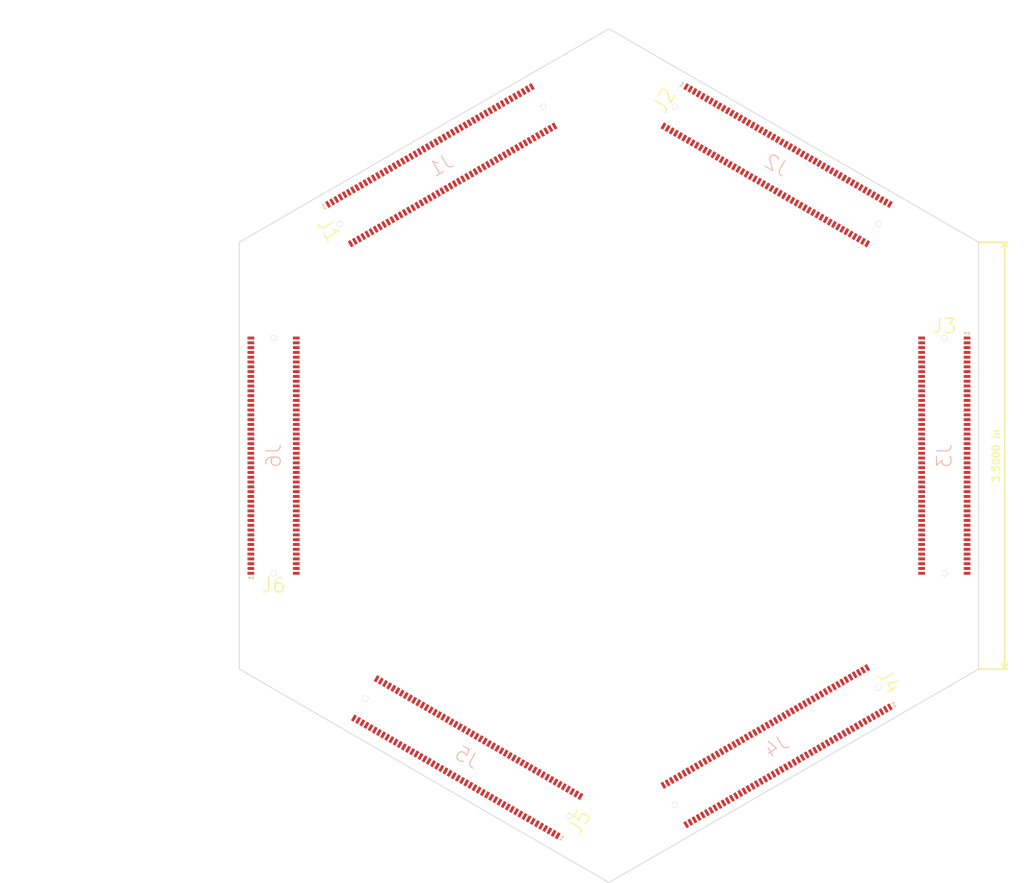
<source format=kicad_pcb>
(kicad_pcb (version 20170123) (host pcbnew "(2017-05-19 revision fecbefe5e)-master")

  (general
    (links 0)
    (no_connects 0)
    (area 12.8778 12.8308 229.158716 196.925001)
    (thickness 3.175)
    (drawings 13)
    (tracks 0)
    (zones 0)
    (modules 6)
    (nets 1)
  )

  (page USLetter)
  (title_block
    (title "Topmetal-S sensor tiled plane FPGA carrier")
    (date 2017-04-24)
    (rev 0)
    (company LBNL)
  )

  (layers
    (0 F.Cu signal)
    (31 B.Cu signal)
    (33 F.Adhes user)
    (35 F.Paste user)
    (37 F.SilkS user)
    (39 F.Mask user)
    (40 Dwgs.User user)
    (41 Cmts.User user)
    (42 Eco1.User user)
    (43 Eco2.User user)
    (44 Edge.Cuts user)
    (45 Margin user)
    (47 F.CrtYd user)
    (49 F.Fab user)
  )

  (setup
    (last_trace_width 0.1016)
    (user_trace_width 0.1016)
    (user_trace_width 0.1524)
    (user_trace_width 0.2032)
    (trace_clearance 0.1016)
    (zone_clearance 0.508)
    (zone_45_only no)
    (trace_min 0.1016)
    (segment_width 0.2)
    (edge_width 0.15)
    (via_size 0.5588)
    (via_drill 0.2032)
    (via_min_size 0.5588)
    (via_min_drill 0.2032)
    (user_via 0.5588 0.2032)
    (user_via 0.7112 0.3556)
    (uvia_size 0.3048)
    (uvia_drill 0.1016)
    (uvias_allowed no)
    (uvia_min_size 0)
    (uvia_min_drill 0)
    (pcb_text_width 0.3)
    (pcb_text_size 1.5 1.5)
    (mod_edge_width 0.15)
    (mod_text_size 1 1)
    (mod_text_width 0.15)
    (pad_size 1.2 0.9)
    (pad_drill 0)
    (pad_to_mask_clearance 0.2)
    (aux_axis_origin 0 0)
    (visible_elements FFFFFF7F)
    (pcbplotparams
      (layerselection 0x00020_ffffffff)
      (usegerberextensions false)
      (excludeedgelayer true)
      (linewidth 0.100000)
      (plotframeref false)
      (viasonmask false)
      (mode 1)
      (useauxorigin false)
      (hpglpennumber 1)
      (hpglpenspeed 20)
      (hpglpendiameter 15)
      (psnegative false)
      (psa4output false)
      (plotreference true)
      (plotvalue true)
      (plotinvisibletext false)
      (padsonsilk false)
      (subtractmaskfromsilk false)
      (outputformat 4)
      (mirror false)
      (drillshape 0)
      (scaleselection 1)
      (outputdirectory ""))
  )

  (net 0 "")

  (net_class Default "This is the default net class."
    (clearance 0.1016)
    (trace_width 0.1016)
    (via_dia 0.5588)
    (via_drill 0.2032)
    (uvia_dia 0.3048)
    (uvia_drill 0.1016)
    (diff_pair_gap 0.2032)
    (diff_pair_width 0.1016)
  )

  (module Topmetal:FSI-150-XX-X-D-X-AD-solder-Front (layer F.Cu) (tedit 59024527) (tstamp 58FEA6A5)
    (at 174.625 47.460662 330)
    (fp_text reference J2 (at -27 0 60) (layer F.SilkS)
      (effects (font (size 3 3) (thickness 0.3)))
    )
    (fp_text value FSI-150-XX-X-D-X-AD-solder-Front (at 0 0 330) (layer F.Fab)
      (effects (font (size 1 1) (thickness 0.15)))
    )
    (fp_text user 1 (at -25.49 -4.69 330) (layer B.SilkS)
      (effects (font (size 1 1) (thickness 0.15)) (justify mirror))
    )
    (fp_text user 1 (at -25.49 -4.69 330) (layer F.SilkS)
      (effects (font (size 1 1) (thickness 0.15)))
    )
    (fp_line (start -25.38 4.51) (end -25.38 -4.51) (layer F.CrtYd) (width 0.15))
    (fp_line (start 25.38 4.51) (end -25.38 4.51) (layer F.CrtYd) (width 0.15))
    (fp_line (start 25.38 -4.51) (end 25.38 4.51) (layer F.CrtYd) (width 0.15))
    (fp_line (start -25.38 -4.51) (end 25.38 -4.51) (layer F.CrtYd) (width 0.15))
    (fp_text user %R (at 0 0 330) (layer B.SilkS)
      (effects (font (size 3 3) (thickness 0.2)) (justify mirror))
    )
    (pad "" np_thru_hole circle (at 24.5 0 330) (size 1.1906 1.1906) (drill 1.19) (layers *.Cu *.Mask))
    (pad "" np_thru_hole circle (at -24.5 0 330) (size 1.1906 1.1906) (drill 1.19) (layers *.Cu *.Mask))
    (pad 100 smd rect (at 24.5 4.73075 330) (size 0.6096 1.397) (layers F.Cu F.Paste F.Mask))
    (pad 99 smd rect (at 24.5 -4.73075 330) (size 0.6096 1.397) (layers F.Cu F.Paste F.Mask))
    (pad 98 smd rect (at 23.5 4.73075 330) (size 0.6096 1.397) (layers F.Cu F.Paste F.Mask))
    (pad 97 smd rect (at 23.5 -4.73075 330) (size 0.6096 1.397) (layers F.Cu F.Paste F.Mask))
    (pad 96 smd rect (at 22.5 4.73075 330) (size 0.6096 1.397) (layers F.Cu F.Paste F.Mask))
    (pad 95 smd rect (at 22.5 -4.73075 330) (size 0.6096 1.397) (layers F.Cu F.Paste F.Mask))
    (pad 94 smd rect (at 21.5 4.73075 330) (size 0.6096 1.397) (layers F.Cu F.Paste F.Mask))
    (pad 93 smd rect (at 21.5 -4.73075 330) (size 0.6096 1.397) (layers F.Cu F.Paste F.Mask))
    (pad 92 smd rect (at 20.5 4.73075 330) (size 0.6096 1.397) (layers F.Cu F.Paste F.Mask))
    (pad 91 smd rect (at 20.5 -4.73075 330) (size 0.6096 1.397) (layers F.Cu F.Paste F.Mask))
    (pad 90 smd rect (at 19.5 4.73075 330) (size 0.6096 1.397) (layers F.Cu F.Paste F.Mask))
    (pad 89 smd rect (at 19.5 -4.73075 330) (size 0.6096 1.397) (layers F.Cu F.Paste F.Mask))
    (pad 88 smd rect (at 18.5 4.73075 330) (size 0.6096 1.397) (layers F.Cu F.Paste F.Mask))
    (pad 87 smd rect (at 18.5 -4.73075 330) (size 0.6096 1.397) (layers F.Cu F.Paste F.Mask))
    (pad 86 smd rect (at 17.5 4.73075 330) (size 0.6096 1.397) (layers F.Cu F.Paste F.Mask))
    (pad 85 smd rect (at 17.5 -4.73075 330) (size 0.6096 1.397) (layers F.Cu F.Paste F.Mask))
    (pad 84 smd rect (at 16.5 4.73075 330) (size 0.6096 1.397) (layers F.Cu F.Paste F.Mask))
    (pad 83 smd rect (at 16.5 -4.73075 330) (size 0.6096 1.397) (layers F.Cu F.Paste F.Mask))
    (pad 82 smd rect (at 15.5 4.73075 330) (size 0.6096 1.397) (layers F.Cu F.Paste F.Mask))
    (pad 81 smd rect (at 15.5 -4.73075 330) (size 0.6096 1.397) (layers F.Cu F.Paste F.Mask))
    (pad 80 smd rect (at 14.5 4.73075 330) (size 0.6096 1.397) (layers F.Cu F.Paste F.Mask))
    (pad 79 smd rect (at 14.5 -4.73075 330) (size 0.6096 1.397) (layers F.Cu F.Paste F.Mask))
    (pad 78 smd rect (at 13.5 4.73075 330) (size 0.6096 1.397) (layers F.Cu F.Paste F.Mask))
    (pad 77 smd rect (at 13.5 -4.73075 330) (size 0.6096 1.397) (layers F.Cu F.Paste F.Mask))
    (pad 76 smd rect (at 12.5 4.73075 330) (size 0.6096 1.397) (layers F.Cu F.Paste F.Mask))
    (pad 75 smd rect (at 12.5 -4.73075 330) (size 0.6096 1.397) (layers F.Cu F.Paste F.Mask))
    (pad 74 smd rect (at 11.5 4.73075 330) (size 0.6096 1.397) (layers F.Cu F.Paste F.Mask))
    (pad 73 smd rect (at 11.5 -4.73075 330) (size 0.6096 1.397) (layers F.Cu F.Paste F.Mask))
    (pad 72 smd rect (at 10.5 4.73075 330) (size 0.6096 1.397) (layers F.Cu F.Paste F.Mask))
    (pad 71 smd rect (at 10.5 -4.73075 330) (size 0.6096 1.397) (layers F.Cu F.Paste F.Mask))
    (pad 70 smd rect (at 9.5 4.73075 330) (size 0.6096 1.397) (layers F.Cu F.Paste F.Mask))
    (pad 69 smd rect (at 9.5 -4.73075 330) (size 0.6096 1.397) (layers F.Cu F.Paste F.Mask))
    (pad 68 smd rect (at 8.5 4.73075 330) (size 0.6096 1.397) (layers F.Cu F.Paste F.Mask))
    (pad 67 smd rect (at 8.5 -4.73075 330) (size 0.6096 1.397) (layers F.Cu F.Paste F.Mask))
    (pad 66 smd rect (at 7.5 4.73075 330) (size 0.6096 1.397) (layers F.Cu F.Paste F.Mask))
    (pad 65 smd rect (at 7.5 -4.73075 330) (size 0.6096 1.397) (layers F.Cu F.Paste F.Mask))
    (pad 64 smd rect (at 6.5 4.73075 330) (size 0.6096 1.397) (layers F.Cu F.Paste F.Mask))
    (pad 63 smd rect (at 6.5 -4.73075 330) (size 0.6096 1.397) (layers F.Cu F.Paste F.Mask))
    (pad 62 smd rect (at 5.5 4.73075 330) (size 0.6096 1.397) (layers F.Cu F.Paste F.Mask))
    (pad 61 smd rect (at 5.5 -4.73075 330) (size 0.6096 1.397) (layers F.Cu F.Paste F.Mask))
    (pad 60 smd rect (at 4.5 4.73075 330) (size 0.6096 1.397) (layers F.Cu F.Paste F.Mask))
    (pad 59 smd rect (at 4.5 -4.73075 330) (size 0.6096 1.397) (layers F.Cu F.Paste F.Mask))
    (pad 58 smd rect (at 3.5 4.73075 330) (size 0.6096 1.397) (layers F.Cu F.Paste F.Mask))
    (pad 57 smd rect (at 3.5 -4.73075 330) (size 0.6096 1.397) (layers F.Cu F.Paste F.Mask))
    (pad 56 smd rect (at 2.5 4.73075 330) (size 0.6096 1.397) (layers F.Cu F.Paste F.Mask))
    (pad 55 smd rect (at 2.5 -4.73075 330) (size 0.6096 1.397) (layers F.Cu F.Paste F.Mask))
    (pad 54 smd rect (at 1.5 4.73075 330) (size 0.6096 1.397) (layers F.Cu F.Paste F.Mask))
    (pad 53 smd rect (at 1.5 -4.73075 330) (size 0.6096 1.397) (layers F.Cu F.Paste F.Mask))
    (pad 52 smd rect (at 0.5 4.73075 330) (size 0.6096 1.397) (layers F.Cu F.Paste F.Mask))
    (pad 51 smd rect (at 0.5 -4.73075 330) (size 0.6096 1.397) (layers F.Cu F.Paste F.Mask))
    (pad 50 smd rect (at -0.5 4.73075 330) (size 0.6096 1.397) (layers F.Cu F.Paste F.Mask))
    (pad 49 smd rect (at -0.5 -4.73075 330) (size 0.6096 1.397) (layers F.Cu F.Paste F.Mask))
    (pad 48 smd rect (at -1.5 4.73075 330) (size 0.6096 1.397) (layers F.Cu F.Paste F.Mask))
    (pad 47 smd rect (at -1.5 -4.73075 330) (size 0.6096 1.397) (layers F.Cu F.Paste F.Mask))
    (pad 46 smd rect (at -2.5 4.73075 330) (size 0.6096 1.397) (layers F.Cu F.Paste F.Mask))
    (pad 45 smd rect (at -2.5 -4.73075 330) (size 0.6096 1.397) (layers F.Cu F.Paste F.Mask))
    (pad 44 smd rect (at -3.5 4.73075 330) (size 0.6096 1.397) (layers F.Cu F.Paste F.Mask))
    (pad 43 smd rect (at -3.5 -4.73075 330) (size 0.6096 1.397) (layers F.Cu F.Paste F.Mask))
    (pad 42 smd rect (at -4.5 4.73075 330) (size 0.6096 1.397) (layers F.Cu F.Paste F.Mask))
    (pad 41 smd rect (at -4.5 -4.73075 330) (size 0.6096 1.397) (layers F.Cu F.Paste F.Mask))
    (pad 40 smd rect (at -5.5 4.73075 330) (size 0.6096 1.397) (layers F.Cu F.Paste F.Mask))
    (pad 39 smd rect (at -5.5 -4.73075 330) (size 0.6096 1.397) (layers F.Cu F.Paste F.Mask))
    (pad 38 smd rect (at -6.5 4.73075 330) (size 0.6096 1.397) (layers F.Cu F.Paste F.Mask))
    (pad 37 smd rect (at -6.5 -4.73075 330) (size 0.6096 1.397) (layers F.Cu F.Paste F.Mask))
    (pad 36 smd rect (at -7.5 4.73075 330) (size 0.6096 1.397) (layers F.Cu F.Paste F.Mask))
    (pad 35 smd rect (at -7.5 -4.73075 330) (size 0.6096 1.397) (layers F.Cu F.Paste F.Mask))
    (pad 34 smd rect (at -8.5 4.73075 330) (size 0.6096 1.397) (layers F.Cu F.Paste F.Mask))
    (pad 33 smd rect (at -8.5 -4.73075 330) (size 0.6096 1.397) (layers F.Cu F.Paste F.Mask))
    (pad 32 smd rect (at -9.5 4.73075 330) (size 0.6096 1.397) (layers F.Cu F.Paste F.Mask))
    (pad 31 smd rect (at -9.5 -4.73075 330) (size 0.6096 1.397) (layers F.Cu F.Paste F.Mask))
    (pad 30 smd rect (at -10.5 4.73075 330) (size 0.6096 1.397) (layers F.Cu F.Paste F.Mask))
    (pad 29 smd rect (at -10.5 -4.73075 330) (size 0.6096 1.397) (layers F.Cu F.Paste F.Mask))
    (pad 28 smd rect (at -11.5 4.73075 330) (size 0.6096 1.397) (layers F.Cu F.Paste F.Mask))
    (pad 27 smd rect (at -11.5 -4.73075 330) (size 0.6096 1.397) (layers F.Cu F.Paste F.Mask))
    (pad 26 smd rect (at -12.5 4.73075 330) (size 0.6096 1.397) (layers F.Cu F.Paste F.Mask))
    (pad 25 smd rect (at -12.5 -4.73075 330) (size 0.6096 1.397) (layers F.Cu F.Paste F.Mask))
    (pad 24 smd rect (at -13.5 4.73075 330) (size 0.6096 1.397) (layers F.Cu F.Paste F.Mask))
    (pad 23 smd rect (at -13.5 -4.73075 330) (size 0.6096 1.397) (layers F.Cu F.Paste F.Mask))
    (pad 22 smd rect (at -14.5 4.73075 330) (size 0.6096 1.397) (layers F.Cu F.Paste F.Mask))
    (pad 21 smd rect (at -14.5 -4.73075 330) (size 0.6096 1.397) (layers F.Cu F.Paste F.Mask))
    (pad 20 smd rect (at -15.5 4.73075 330) (size 0.6096 1.397) (layers F.Cu F.Paste F.Mask))
    (pad 19 smd rect (at -15.5 -4.73075 330) (size 0.6096 1.397) (layers F.Cu F.Paste F.Mask))
    (pad 18 smd rect (at -16.5 4.73075 330) (size 0.6096 1.397) (layers F.Cu F.Paste F.Mask))
    (pad 17 smd rect (at -16.5 -4.73075 330) (size 0.6096 1.397) (layers F.Cu F.Paste F.Mask))
    (pad 16 smd rect (at -17.5 4.73075 330) (size 0.6096 1.397) (layers F.Cu F.Paste F.Mask))
    (pad 15 smd rect (at -17.5 -4.73075 330) (size 0.6096 1.397) (layers F.Cu F.Paste F.Mask))
    (pad 14 smd rect (at -18.5 4.73075 330) (size 0.6096 1.397) (layers F.Cu F.Paste F.Mask))
    (pad 13 smd rect (at -18.5 -4.73075 330) (size 0.6096 1.397) (layers F.Cu F.Paste F.Mask))
    (pad 12 smd rect (at -19.5 4.73075 330) (size 0.6096 1.397) (layers F.Cu F.Paste F.Mask))
    (pad 11 smd rect (at -19.5 -4.73075 330) (size 0.6096 1.397) (layers F.Cu F.Paste F.Mask))
    (pad 10 smd rect (at -20.5 4.73075 330) (size 0.6096 1.397) (layers F.Cu F.Paste F.Mask))
    (pad 9 smd rect (at -20.5 -4.73075 330) (size 0.6096 1.397) (layers F.Cu F.Paste F.Mask))
    (pad 8 smd rect (at -21.5 4.73075 330) (size 0.6096 1.397) (layers F.Cu F.Paste F.Mask))
    (pad 7 smd rect (at -21.5 -4.73075 330) (size 0.6096 1.397) (layers F.Cu F.Paste F.Mask))
    (pad 6 smd rect (at -22.5 4.73075 330) (size 0.6096 1.397) (layers F.Cu F.Paste F.Mask))
    (pad 5 smd rect (at -22.5 -4.73075 330) (size 0.6096 1.397) (layers F.Cu F.Paste F.Mask))
    (pad 4 smd rect (at -23.5 4.73075 330) (size 0.6096 1.397) (layers F.Cu F.Paste F.Mask))
    (pad 3 smd rect (at -23.5 -4.73075 330) (size 0.6096 1.397) (layers F.Cu F.Paste F.Mask))
    (pad 2 smd rect (at -24.5 4.73075 330) (size 0.6096 1.397) (layers F.Cu F.Paste F.Mask))
    (pad 1 smd rect (at -24.5 -4.73075 330) (size 0.6096 1.397) (layers F.Cu F.Paste F.Mask))
  )

  (module Topmetal:FSI-150-XX-X-D-X-AD-solder-Front (layer F.Cu) (tedit 59024527) (tstamp 58FEA471)
    (at 104.775 47.458122 30)
    (fp_text reference J1 (at -27 0 120) (layer F.SilkS)
      (effects (font (size 3 3) (thickness 0.3)))
    )
    (fp_text value FSI-150-XX-X-D-X-AD-solder-Front (at 0 0 30) (layer F.Fab)
      (effects (font (size 1 1) (thickness 0.15)))
    )
    (fp_text user 1 (at -25.49 -4.69 30) (layer B.SilkS)
      (effects (font (size 1 1) (thickness 0.15)) (justify mirror))
    )
    (fp_text user 1 (at -25.49 -4.69 30) (layer F.SilkS)
      (effects (font (size 1 1) (thickness 0.15)))
    )
    (fp_line (start -25.38 4.51) (end -25.38 -4.51) (layer F.CrtYd) (width 0.15))
    (fp_line (start 25.38 4.51) (end -25.38 4.51) (layer F.CrtYd) (width 0.15))
    (fp_line (start 25.38 -4.51) (end 25.38 4.51) (layer F.CrtYd) (width 0.15))
    (fp_line (start -25.38 -4.51) (end 25.38 -4.51) (layer F.CrtYd) (width 0.15))
    (fp_text user %R (at 0 0 30) (layer B.SilkS)
      (effects (font (size 3 3) (thickness 0.2)) (justify mirror))
    )
    (pad "" np_thru_hole circle (at 24.5 0 30) (size 1.1906 1.1906) (drill 1.19) (layers *.Cu *.Mask))
    (pad "" np_thru_hole circle (at -24.5 0 30) (size 1.1906 1.1906) (drill 1.19) (layers *.Cu *.Mask))
    (pad 100 smd rect (at 24.5 4.73075 30) (size 0.6096 1.397) (layers F.Cu F.Paste F.Mask))
    (pad 99 smd rect (at 24.5 -4.73075 30) (size 0.6096 1.397) (layers F.Cu F.Paste F.Mask))
    (pad 98 smd rect (at 23.5 4.73075 30) (size 0.6096 1.397) (layers F.Cu F.Paste F.Mask))
    (pad 97 smd rect (at 23.5 -4.73075 30) (size 0.6096 1.397) (layers F.Cu F.Paste F.Mask))
    (pad 96 smd rect (at 22.5 4.73075 30) (size 0.6096 1.397) (layers F.Cu F.Paste F.Mask))
    (pad 95 smd rect (at 22.5 -4.73075 30) (size 0.6096 1.397) (layers F.Cu F.Paste F.Mask))
    (pad 94 smd rect (at 21.5 4.73075 30) (size 0.6096 1.397) (layers F.Cu F.Paste F.Mask))
    (pad 93 smd rect (at 21.5 -4.73075 30) (size 0.6096 1.397) (layers F.Cu F.Paste F.Mask))
    (pad 92 smd rect (at 20.5 4.73075 30) (size 0.6096 1.397) (layers F.Cu F.Paste F.Mask))
    (pad 91 smd rect (at 20.5 -4.73075 30) (size 0.6096 1.397) (layers F.Cu F.Paste F.Mask))
    (pad 90 smd rect (at 19.5 4.73075 30) (size 0.6096 1.397) (layers F.Cu F.Paste F.Mask))
    (pad 89 smd rect (at 19.5 -4.73075 30) (size 0.6096 1.397) (layers F.Cu F.Paste F.Mask))
    (pad 88 smd rect (at 18.5 4.73075 30) (size 0.6096 1.397) (layers F.Cu F.Paste F.Mask))
    (pad 87 smd rect (at 18.5 -4.73075 30) (size 0.6096 1.397) (layers F.Cu F.Paste F.Mask))
    (pad 86 smd rect (at 17.5 4.73075 30) (size 0.6096 1.397) (layers F.Cu F.Paste F.Mask))
    (pad 85 smd rect (at 17.5 -4.73075 30) (size 0.6096 1.397) (layers F.Cu F.Paste F.Mask))
    (pad 84 smd rect (at 16.5 4.73075 30) (size 0.6096 1.397) (layers F.Cu F.Paste F.Mask))
    (pad 83 smd rect (at 16.5 -4.73075 30) (size 0.6096 1.397) (layers F.Cu F.Paste F.Mask))
    (pad 82 smd rect (at 15.5 4.73075 30) (size 0.6096 1.397) (layers F.Cu F.Paste F.Mask))
    (pad 81 smd rect (at 15.5 -4.73075 30) (size 0.6096 1.397) (layers F.Cu F.Paste F.Mask))
    (pad 80 smd rect (at 14.5 4.73075 30) (size 0.6096 1.397) (layers F.Cu F.Paste F.Mask))
    (pad 79 smd rect (at 14.5 -4.73075 30) (size 0.6096 1.397) (layers F.Cu F.Paste F.Mask))
    (pad 78 smd rect (at 13.5 4.73075 30) (size 0.6096 1.397) (layers F.Cu F.Paste F.Mask))
    (pad 77 smd rect (at 13.5 -4.73075 30) (size 0.6096 1.397) (layers F.Cu F.Paste F.Mask))
    (pad 76 smd rect (at 12.5 4.73075 30) (size 0.6096 1.397) (layers F.Cu F.Paste F.Mask))
    (pad 75 smd rect (at 12.5 -4.73075 30) (size 0.6096 1.397) (layers F.Cu F.Paste F.Mask))
    (pad 74 smd rect (at 11.5 4.73075 30) (size 0.6096 1.397) (layers F.Cu F.Paste F.Mask))
    (pad 73 smd rect (at 11.5 -4.73075 30) (size 0.6096 1.397) (layers F.Cu F.Paste F.Mask))
    (pad 72 smd rect (at 10.5 4.73075 30) (size 0.6096 1.397) (layers F.Cu F.Paste F.Mask))
    (pad 71 smd rect (at 10.5 -4.73075 30) (size 0.6096 1.397) (layers F.Cu F.Paste F.Mask))
    (pad 70 smd rect (at 9.5 4.73075 30) (size 0.6096 1.397) (layers F.Cu F.Paste F.Mask))
    (pad 69 smd rect (at 9.5 -4.73075 30) (size 0.6096 1.397) (layers F.Cu F.Paste F.Mask))
    (pad 68 smd rect (at 8.5 4.73075 30) (size 0.6096 1.397) (layers F.Cu F.Paste F.Mask))
    (pad 67 smd rect (at 8.5 -4.73075 30) (size 0.6096 1.397) (layers F.Cu F.Paste F.Mask))
    (pad 66 smd rect (at 7.5 4.73075 30) (size 0.6096 1.397) (layers F.Cu F.Paste F.Mask))
    (pad 65 smd rect (at 7.5 -4.73075 30) (size 0.6096 1.397) (layers F.Cu F.Paste F.Mask))
    (pad 64 smd rect (at 6.5 4.73075 30) (size 0.6096 1.397) (layers F.Cu F.Paste F.Mask))
    (pad 63 smd rect (at 6.5 -4.73075 30) (size 0.6096 1.397) (layers F.Cu F.Paste F.Mask))
    (pad 62 smd rect (at 5.5 4.73075 30) (size 0.6096 1.397) (layers F.Cu F.Paste F.Mask))
    (pad 61 smd rect (at 5.5 -4.73075 30) (size 0.6096 1.397) (layers F.Cu F.Paste F.Mask))
    (pad 60 smd rect (at 4.5 4.73075 30) (size 0.6096 1.397) (layers F.Cu F.Paste F.Mask))
    (pad 59 smd rect (at 4.5 -4.73075 30) (size 0.6096 1.397) (layers F.Cu F.Paste F.Mask))
    (pad 58 smd rect (at 3.5 4.73075 30) (size 0.6096 1.397) (layers F.Cu F.Paste F.Mask))
    (pad 57 smd rect (at 3.5 -4.73075 30) (size 0.6096 1.397) (layers F.Cu F.Paste F.Mask))
    (pad 56 smd rect (at 2.5 4.73075 30) (size 0.6096 1.397) (layers F.Cu F.Paste F.Mask))
    (pad 55 smd rect (at 2.5 -4.73075 30) (size 0.6096 1.397) (layers F.Cu F.Paste F.Mask))
    (pad 54 smd rect (at 1.5 4.73075 30) (size 0.6096 1.397) (layers F.Cu F.Paste F.Mask))
    (pad 53 smd rect (at 1.5 -4.73075 30) (size 0.6096 1.397) (layers F.Cu F.Paste F.Mask))
    (pad 52 smd rect (at 0.5 4.73075 30) (size 0.6096 1.397) (layers F.Cu F.Paste F.Mask))
    (pad 51 smd rect (at 0.5 -4.73075 30) (size 0.6096 1.397) (layers F.Cu F.Paste F.Mask))
    (pad 50 smd rect (at -0.5 4.73075 30) (size 0.6096 1.397) (layers F.Cu F.Paste F.Mask))
    (pad 49 smd rect (at -0.5 -4.73075 30) (size 0.6096 1.397) (layers F.Cu F.Paste F.Mask))
    (pad 48 smd rect (at -1.5 4.73075 30) (size 0.6096 1.397) (layers F.Cu F.Paste F.Mask))
    (pad 47 smd rect (at -1.5 -4.73075 30) (size 0.6096 1.397) (layers F.Cu F.Paste F.Mask))
    (pad 46 smd rect (at -2.5 4.73075 30) (size 0.6096 1.397) (layers F.Cu F.Paste F.Mask))
    (pad 45 smd rect (at -2.5 -4.73075 30) (size 0.6096 1.397) (layers F.Cu F.Paste F.Mask))
    (pad 44 smd rect (at -3.5 4.73075 30) (size 0.6096 1.397) (layers F.Cu F.Paste F.Mask))
    (pad 43 smd rect (at -3.5 -4.73075 30) (size 0.6096 1.397) (layers F.Cu F.Paste F.Mask))
    (pad 42 smd rect (at -4.5 4.73075 30) (size 0.6096 1.397) (layers F.Cu F.Paste F.Mask))
    (pad 41 smd rect (at -4.5 -4.73075 30) (size 0.6096 1.397) (layers F.Cu F.Paste F.Mask))
    (pad 40 smd rect (at -5.5 4.73075 30) (size 0.6096 1.397) (layers F.Cu F.Paste F.Mask))
    (pad 39 smd rect (at -5.5 -4.73075 30) (size 0.6096 1.397) (layers F.Cu F.Paste F.Mask))
    (pad 38 smd rect (at -6.5 4.73075 30) (size 0.6096 1.397) (layers F.Cu F.Paste F.Mask))
    (pad 37 smd rect (at -6.5 -4.73075 30) (size 0.6096 1.397) (layers F.Cu F.Paste F.Mask))
    (pad 36 smd rect (at -7.5 4.73075 30) (size 0.6096 1.397) (layers F.Cu F.Paste F.Mask))
    (pad 35 smd rect (at -7.5 -4.73075 30) (size 0.6096 1.397) (layers F.Cu F.Paste F.Mask))
    (pad 34 smd rect (at -8.5 4.73075 30) (size 0.6096 1.397) (layers F.Cu F.Paste F.Mask))
    (pad 33 smd rect (at -8.5 -4.73075 30) (size 0.6096 1.397) (layers F.Cu F.Paste F.Mask))
    (pad 32 smd rect (at -9.5 4.73075 30) (size 0.6096 1.397) (layers F.Cu F.Paste F.Mask))
    (pad 31 smd rect (at -9.5 -4.73075 30) (size 0.6096 1.397) (layers F.Cu F.Paste F.Mask))
    (pad 30 smd rect (at -10.5 4.73075 30) (size 0.6096 1.397) (layers F.Cu F.Paste F.Mask))
    (pad 29 smd rect (at -10.5 -4.73075 30) (size 0.6096 1.397) (layers F.Cu F.Paste F.Mask))
    (pad 28 smd rect (at -11.5 4.73075 30) (size 0.6096 1.397) (layers F.Cu F.Paste F.Mask))
    (pad 27 smd rect (at -11.5 -4.73075 30) (size 0.6096 1.397) (layers F.Cu F.Paste F.Mask))
    (pad 26 smd rect (at -12.5 4.73075 30) (size 0.6096 1.397) (layers F.Cu F.Paste F.Mask))
    (pad 25 smd rect (at -12.5 -4.73075 30) (size 0.6096 1.397) (layers F.Cu F.Paste F.Mask))
    (pad 24 smd rect (at -13.5 4.73075 30) (size 0.6096 1.397) (layers F.Cu F.Paste F.Mask))
    (pad 23 smd rect (at -13.5 -4.73075 30) (size 0.6096 1.397) (layers F.Cu F.Paste F.Mask))
    (pad 22 smd rect (at -14.5 4.73075 30) (size 0.6096 1.397) (layers F.Cu F.Paste F.Mask))
    (pad 21 smd rect (at -14.5 -4.73075 30) (size 0.6096 1.397) (layers F.Cu F.Paste F.Mask))
    (pad 20 smd rect (at -15.5 4.73075 30) (size 0.6096 1.397) (layers F.Cu F.Paste F.Mask))
    (pad 19 smd rect (at -15.5 -4.73075 30) (size 0.6096 1.397) (layers F.Cu F.Paste F.Mask))
    (pad 18 smd rect (at -16.5 4.73075 30) (size 0.6096 1.397) (layers F.Cu F.Paste F.Mask))
    (pad 17 smd rect (at -16.5 -4.73075 30) (size 0.6096 1.397) (layers F.Cu F.Paste F.Mask))
    (pad 16 smd rect (at -17.5 4.73075 30) (size 0.6096 1.397) (layers F.Cu F.Paste F.Mask))
    (pad 15 smd rect (at -17.5 -4.73075 30) (size 0.6096 1.397) (layers F.Cu F.Paste F.Mask))
    (pad 14 smd rect (at -18.5 4.73075 30) (size 0.6096 1.397) (layers F.Cu F.Paste F.Mask))
    (pad 13 smd rect (at -18.5 -4.73075 30) (size 0.6096 1.397) (layers F.Cu F.Paste F.Mask))
    (pad 12 smd rect (at -19.5 4.73075 30) (size 0.6096 1.397) (layers F.Cu F.Paste F.Mask))
    (pad 11 smd rect (at -19.5 -4.73075 30) (size 0.6096 1.397) (layers F.Cu F.Paste F.Mask))
    (pad 10 smd rect (at -20.5 4.73075 30) (size 0.6096 1.397) (layers F.Cu F.Paste F.Mask))
    (pad 9 smd rect (at -20.5 -4.73075 30) (size 0.6096 1.397) (layers F.Cu F.Paste F.Mask))
    (pad 8 smd rect (at -21.5 4.73075 30) (size 0.6096 1.397) (layers F.Cu F.Paste F.Mask))
    (pad 7 smd rect (at -21.5 -4.73075 30) (size 0.6096 1.397) (layers F.Cu F.Paste F.Mask))
    (pad 6 smd rect (at -22.5 4.73075 30) (size 0.6096 1.397) (layers F.Cu F.Paste F.Mask))
    (pad 5 smd rect (at -22.5 -4.73075 30) (size 0.6096 1.397) (layers F.Cu F.Paste F.Mask))
    (pad 4 smd rect (at -23.5 4.73075 30) (size 0.6096 1.397) (layers F.Cu F.Paste F.Mask))
    (pad 3 smd rect (at -23.5 -4.73075 30) (size 0.6096 1.397) (layers F.Cu F.Paste F.Mask))
    (pad 2 smd rect (at -24.5 4.73075 30) (size 0.6096 1.397) (layers F.Cu F.Paste F.Mask))
    (pad 1 smd rect (at -24.5 -4.73075 30) (size 0.6096 1.397) (layers F.Cu F.Paste F.Mask))
  )

  (module Topmetal:FSI-150-XX-X-D-X-AD-solder-Front (layer F.Cu) (tedit 59024527) (tstamp 58FEA93E)
    (at 69.85 107.95 90)
    (fp_text reference J6 (at -27 0 180) (layer F.SilkS)
      (effects (font (size 3 3) (thickness 0.3)))
    )
    (fp_text value FSI-150-XX-X-D-X-AD-solder-Front (at 0 0 90) (layer F.Fab)
      (effects (font (size 1 1) (thickness 0.15)))
    )
    (fp_text user 1 (at -25.49 -4.69 90) (layer B.SilkS)
      (effects (font (size 1 1) (thickness 0.15)) (justify mirror))
    )
    (fp_text user 1 (at -25.49 -4.69 90) (layer F.SilkS)
      (effects (font (size 1 1) (thickness 0.15)))
    )
    (fp_line (start -25.38 4.51) (end -25.38 -4.51) (layer F.CrtYd) (width 0.15))
    (fp_line (start 25.38 4.51) (end -25.38 4.51) (layer F.CrtYd) (width 0.15))
    (fp_line (start 25.38 -4.51) (end 25.38 4.51) (layer F.CrtYd) (width 0.15))
    (fp_line (start -25.38 -4.51) (end 25.38 -4.51) (layer F.CrtYd) (width 0.15))
    (fp_text user %R (at 0 0 90) (layer B.SilkS)
      (effects (font (size 3 3) (thickness 0.2)) (justify mirror))
    )
    (pad "" np_thru_hole circle (at 24.5 0 90) (size 1.1906 1.1906) (drill 1.19) (layers *.Cu *.Mask))
    (pad "" np_thru_hole circle (at -24.5 0 90) (size 1.1906 1.1906) (drill 1.19) (layers *.Cu *.Mask))
    (pad 100 smd rect (at 24.5 4.73075 90) (size 0.6096 1.397) (layers F.Cu F.Paste F.Mask))
    (pad 99 smd rect (at 24.5 -4.73075 90) (size 0.6096 1.397) (layers F.Cu F.Paste F.Mask))
    (pad 98 smd rect (at 23.5 4.73075 90) (size 0.6096 1.397) (layers F.Cu F.Paste F.Mask))
    (pad 97 smd rect (at 23.5 -4.73075 90) (size 0.6096 1.397) (layers F.Cu F.Paste F.Mask))
    (pad 96 smd rect (at 22.5 4.73075 90) (size 0.6096 1.397) (layers F.Cu F.Paste F.Mask))
    (pad 95 smd rect (at 22.5 -4.73075 90) (size 0.6096 1.397) (layers F.Cu F.Paste F.Mask))
    (pad 94 smd rect (at 21.5 4.73075 90) (size 0.6096 1.397) (layers F.Cu F.Paste F.Mask))
    (pad 93 smd rect (at 21.5 -4.73075 90) (size 0.6096 1.397) (layers F.Cu F.Paste F.Mask))
    (pad 92 smd rect (at 20.5 4.73075 90) (size 0.6096 1.397) (layers F.Cu F.Paste F.Mask))
    (pad 91 smd rect (at 20.5 -4.73075 90) (size 0.6096 1.397) (layers F.Cu F.Paste F.Mask))
    (pad 90 smd rect (at 19.5 4.73075 90) (size 0.6096 1.397) (layers F.Cu F.Paste F.Mask))
    (pad 89 smd rect (at 19.5 -4.73075 90) (size 0.6096 1.397) (layers F.Cu F.Paste F.Mask))
    (pad 88 smd rect (at 18.5 4.73075 90) (size 0.6096 1.397) (layers F.Cu F.Paste F.Mask))
    (pad 87 smd rect (at 18.5 -4.73075 90) (size 0.6096 1.397) (layers F.Cu F.Paste F.Mask))
    (pad 86 smd rect (at 17.5 4.73075 90) (size 0.6096 1.397) (layers F.Cu F.Paste F.Mask))
    (pad 85 smd rect (at 17.5 -4.73075 90) (size 0.6096 1.397) (layers F.Cu F.Paste F.Mask))
    (pad 84 smd rect (at 16.5 4.73075 90) (size 0.6096 1.397) (layers F.Cu F.Paste F.Mask))
    (pad 83 smd rect (at 16.5 -4.73075 90) (size 0.6096 1.397) (layers F.Cu F.Paste F.Mask))
    (pad 82 smd rect (at 15.5 4.73075 90) (size 0.6096 1.397) (layers F.Cu F.Paste F.Mask))
    (pad 81 smd rect (at 15.5 -4.73075 90) (size 0.6096 1.397) (layers F.Cu F.Paste F.Mask))
    (pad 80 smd rect (at 14.5 4.73075 90) (size 0.6096 1.397) (layers F.Cu F.Paste F.Mask))
    (pad 79 smd rect (at 14.5 -4.73075 90) (size 0.6096 1.397) (layers F.Cu F.Paste F.Mask))
    (pad 78 smd rect (at 13.5 4.73075 90) (size 0.6096 1.397) (layers F.Cu F.Paste F.Mask))
    (pad 77 smd rect (at 13.5 -4.73075 90) (size 0.6096 1.397) (layers F.Cu F.Paste F.Mask))
    (pad 76 smd rect (at 12.5 4.73075 90) (size 0.6096 1.397) (layers F.Cu F.Paste F.Mask))
    (pad 75 smd rect (at 12.5 -4.73075 90) (size 0.6096 1.397) (layers F.Cu F.Paste F.Mask))
    (pad 74 smd rect (at 11.5 4.73075 90) (size 0.6096 1.397) (layers F.Cu F.Paste F.Mask))
    (pad 73 smd rect (at 11.5 -4.73075 90) (size 0.6096 1.397) (layers F.Cu F.Paste F.Mask))
    (pad 72 smd rect (at 10.5 4.73075 90) (size 0.6096 1.397) (layers F.Cu F.Paste F.Mask))
    (pad 71 smd rect (at 10.5 -4.73075 90) (size 0.6096 1.397) (layers F.Cu F.Paste F.Mask))
    (pad 70 smd rect (at 9.5 4.73075 90) (size 0.6096 1.397) (layers F.Cu F.Paste F.Mask))
    (pad 69 smd rect (at 9.5 -4.73075 90) (size 0.6096 1.397) (layers F.Cu F.Paste F.Mask))
    (pad 68 smd rect (at 8.5 4.73075 90) (size 0.6096 1.397) (layers F.Cu F.Paste F.Mask))
    (pad 67 smd rect (at 8.5 -4.73075 90) (size 0.6096 1.397) (layers F.Cu F.Paste F.Mask))
    (pad 66 smd rect (at 7.5 4.73075 90) (size 0.6096 1.397) (layers F.Cu F.Paste F.Mask))
    (pad 65 smd rect (at 7.5 -4.73075 90) (size 0.6096 1.397) (layers F.Cu F.Paste F.Mask))
    (pad 64 smd rect (at 6.5 4.73075 90) (size 0.6096 1.397) (layers F.Cu F.Paste F.Mask))
    (pad 63 smd rect (at 6.5 -4.73075 90) (size 0.6096 1.397) (layers F.Cu F.Paste F.Mask))
    (pad 62 smd rect (at 5.5 4.73075 90) (size 0.6096 1.397) (layers F.Cu F.Paste F.Mask))
    (pad 61 smd rect (at 5.5 -4.73075 90) (size 0.6096 1.397) (layers F.Cu F.Paste F.Mask))
    (pad 60 smd rect (at 4.5 4.73075 90) (size 0.6096 1.397) (layers F.Cu F.Paste F.Mask))
    (pad 59 smd rect (at 4.5 -4.73075 90) (size 0.6096 1.397) (layers F.Cu F.Paste F.Mask))
    (pad 58 smd rect (at 3.5 4.73075 90) (size 0.6096 1.397) (layers F.Cu F.Paste F.Mask))
    (pad 57 smd rect (at 3.5 -4.73075 90) (size 0.6096 1.397) (layers F.Cu F.Paste F.Mask))
    (pad 56 smd rect (at 2.5 4.73075 90) (size 0.6096 1.397) (layers F.Cu F.Paste F.Mask))
    (pad 55 smd rect (at 2.5 -4.73075 90) (size 0.6096 1.397) (layers F.Cu F.Paste F.Mask))
    (pad 54 smd rect (at 1.5 4.73075 90) (size 0.6096 1.397) (layers F.Cu F.Paste F.Mask))
    (pad 53 smd rect (at 1.5 -4.73075 90) (size 0.6096 1.397) (layers F.Cu F.Paste F.Mask))
    (pad 52 smd rect (at 0.5 4.73075 90) (size 0.6096 1.397) (layers F.Cu F.Paste F.Mask))
    (pad 51 smd rect (at 0.5 -4.73075 90) (size 0.6096 1.397) (layers F.Cu F.Paste F.Mask))
    (pad 50 smd rect (at -0.5 4.73075 90) (size 0.6096 1.397) (layers F.Cu F.Paste F.Mask))
    (pad 49 smd rect (at -0.5 -4.73075 90) (size 0.6096 1.397) (layers F.Cu F.Paste F.Mask))
    (pad 48 smd rect (at -1.5 4.73075 90) (size 0.6096 1.397) (layers F.Cu F.Paste F.Mask))
    (pad 47 smd rect (at -1.5 -4.73075 90) (size 0.6096 1.397) (layers F.Cu F.Paste F.Mask))
    (pad 46 smd rect (at -2.5 4.73075 90) (size 0.6096 1.397) (layers F.Cu F.Paste F.Mask))
    (pad 45 smd rect (at -2.5 -4.73075 90) (size 0.6096 1.397) (layers F.Cu F.Paste F.Mask))
    (pad 44 smd rect (at -3.5 4.73075 90) (size 0.6096 1.397) (layers F.Cu F.Paste F.Mask))
    (pad 43 smd rect (at -3.5 -4.73075 90) (size 0.6096 1.397) (layers F.Cu F.Paste F.Mask))
    (pad 42 smd rect (at -4.5 4.73075 90) (size 0.6096 1.397) (layers F.Cu F.Paste F.Mask))
    (pad 41 smd rect (at -4.5 -4.73075 90) (size 0.6096 1.397) (layers F.Cu F.Paste F.Mask))
    (pad 40 smd rect (at -5.5 4.73075 90) (size 0.6096 1.397) (layers F.Cu F.Paste F.Mask))
    (pad 39 smd rect (at -5.5 -4.73075 90) (size 0.6096 1.397) (layers F.Cu F.Paste F.Mask))
    (pad 38 smd rect (at -6.5 4.73075 90) (size 0.6096 1.397) (layers F.Cu F.Paste F.Mask))
    (pad 37 smd rect (at -6.5 -4.73075 90) (size 0.6096 1.397) (layers F.Cu F.Paste F.Mask))
    (pad 36 smd rect (at -7.5 4.73075 90) (size 0.6096 1.397) (layers F.Cu F.Paste F.Mask))
    (pad 35 smd rect (at -7.5 -4.73075 90) (size 0.6096 1.397) (layers F.Cu F.Paste F.Mask))
    (pad 34 smd rect (at -8.5 4.73075 90) (size 0.6096 1.397) (layers F.Cu F.Paste F.Mask))
    (pad 33 smd rect (at -8.5 -4.73075 90) (size 0.6096 1.397) (layers F.Cu F.Paste F.Mask))
    (pad 32 smd rect (at -9.5 4.73075 90) (size 0.6096 1.397) (layers F.Cu F.Paste F.Mask))
    (pad 31 smd rect (at -9.5 -4.73075 90) (size 0.6096 1.397) (layers F.Cu F.Paste F.Mask))
    (pad 30 smd rect (at -10.5 4.73075 90) (size 0.6096 1.397) (layers F.Cu F.Paste F.Mask))
    (pad 29 smd rect (at -10.5 -4.73075 90) (size 0.6096 1.397) (layers F.Cu F.Paste F.Mask))
    (pad 28 smd rect (at -11.5 4.73075 90) (size 0.6096 1.397) (layers F.Cu F.Paste F.Mask))
    (pad 27 smd rect (at -11.5 -4.73075 90) (size 0.6096 1.397) (layers F.Cu F.Paste F.Mask))
    (pad 26 smd rect (at -12.5 4.73075 90) (size 0.6096 1.397) (layers F.Cu F.Paste F.Mask))
    (pad 25 smd rect (at -12.5 -4.73075 90) (size 0.6096 1.397) (layers F.Cu F.Paste F.Mask))
    (pad 24 smd rect (at -13.5 4.73075 90) (size 0.6096 1.397) (layers F.Cu F.Paste F.Mask))
    (pad 23 smd rect (at -13.5 -4.73075 90) (size 0.6096 1.397) (layers F.Cu F.Paste F.Mask))
    (pad 22 smd rect (at -14.5 4.73075 90) (size 0.6096 1.397) (layers F.Cu F.Paste F.Mask))
    (pad 21 smd rect (at -14.5 -4.73075 90) (size 0.6096 1.397) (layers F.Cu F.Paste F.Mask))
    (pad 20 smd rect (at -15.5 4.73075 90) (size 0.6096 1.397) (layers F.Cu F.Paste F.Mask))
    (pad 19 smd rect (at -15.5 -4.73075 90) (size 0.6096 1.397) (layers F.Cu F.Paste F.Mask))
    (pad 18 smd rect (at -16.5 4.73075 90) (size 0.6096 1.397) (layers F.Cu F.Paste F.Mask))
    (pad 17 smd rect (at -16.5 -4.73075 90) (size 0.6096 1.397) (layers F.Cu F.Paste F.Mask))
    (pad 16 smd rect (at -17.5 4.73075 90) (size 0.6096 1.397) (layers F.Cu F.Paste F.Mask))
    (pad 15 smd rect (at -17.5 -4.73075 90) (size 0.6096 1.397) (layers F.Cu F.Paste F.Mask))
    (pad 14 smd rect (at -18.5 4.73075 90) (size 0.6096 1.397) (layers F.Cu F.Paste F.Mask))
    (pad 13 smd rect (at -18.5 -4.73075 90) (size 0.6096 1.397) (layers F.Cu F.Paste F.Mask))
    (pad 12 smd rect (at -19.5 4.73075 90) (size 0.6096 1.397) (layers F.Cu F.Paste F.Mask))
    (pad 11 smd rect (at -19.5 -4.73075 90) (size 0.6096 1.397) (layers F.Cu F.Paste F.Mask))
    (pad 10 smd rect (at -20.5 4.73075 90) (size 0.6096 1.397) (layers F.Cu F.Paste F.Mask))
    (pad 9 smd rect (at -20.5 -4.73075 90) (size 0.6096 1.397) (layers F.Cu F.Paste F.Mask))
    (pad 8 smd rect (at -21.5 4.73075 90) (size 0.6096 1.397) (layers F.Cu F.Paste F.Mask))
    (pad 7 smd rect (at -21.5 -4.73075 90) (size 0.6096 1.397) (layers F.Cu F.Paste F.Mask))
    (pad 6 smd rect (at -22.5 4.73075 90) (size 0.6096 1.397) (layers F.Cu F.Paste F.Mask))
    (pad 5 smd rect (at -22.5 -4.73075 90) (size 0.6096 1.397) (layers F.Cu F.Paste F.Mask))
    (pad 4 smd rect (at -23.5 4.73075 90) (size 0.6096 1.397) (layers F.Cu F.Paste F.Mask))
    (pad 3 smd rect (at -23.5 -4.73075 90) (size 0.6096 1.397) (layers F.Cu F.Paste F.Mask))
    (pad 2 smd rect (at -24.5 4.73075 90) (size 0.6096 1.397) (layers F.Cu F.Paste F.Mask))
    (pad 1 smd rect (at -24.5 -4.73075 90) (size 0.6096 1.397) (layers F.Cu F.Paste F.Mask))
  )

  (module Topmetal:FSI-150-XX-X-D-X-AD-solder-Front (layer F.Cu) (tedit 59024527) (tstamp 58FEA8D0)
    (at 110.17874 170.75545 150)
    (fp_text reference J5 (at -27 0 240) (layer F.SilkS)
      (effects (font (size 3 3) (thickness 0.3)))
    )
    (fp_text value FSI-150-XX-X-D-X-AD-solder-Front (at 0 0 150) (layer F.Fab)
      (effects (font (size 1 1) (thickness 0.15)))
    )
    (fp_text user 1 (at -25.49 -4.69 150) (layer B.SilkS)
      (effects (font (size 1 1) (thickness 0.15)) (justify mirror))
    )
    (fp_text user 1 (at -25.49 -4.69 150) (layer F.SilkS)
      (effects (font (size 1 1) (thickness 0.15)))
    )
    (fp_line (start -25.38 4.51) (end -25.38 -4.51) (layer F.CrtYd) (width 0.15))
    (fp_line (start 25.38 4.51) (end -25.38 4.51) (layer F.CrtYd) (width 0.15))
    (fp_line (start 25.38 -4.51) (end 25.38 4.51) (layer F.CrtYd) (width 0.15))
    (fp_line (start -25.38 -4.51) (end 25.38 -4.51) (layer F.CrtYd) (width 0.15))
    (fp_text user %R (at 0 0 150) (layer B.SilkS)
      (effects (font (size 3 3) (thickness 0.2)) (justify mirror))
    )
    (pad "" np_thru_hole circle (at 24.5 0 150) (size 1.1906 1.1906) (drill 1.19) (layers *.Cu *.Mask))
    (pad "" np_thru_hole circle (at -24.5 0 150) (size 1.1906 1.1906) (drill 1.19) (layers *.Cu *.Mask))
    (pad 100 smd rect (at 24.5 4.73075 150) (size 0.6096 1.397) (layers F.Cu F.Paste F.Mask))
    (pad 99 smd rect (at 24.5 -4.73075 150) (size 0.6096 1.397) (layers F.Cu F.Paste F.Mask))
    (pad 98 smd rect (at 23.5 4.73075 150) (size 0.6096 1.397) (layers F.Cu F.Paste F.Mask))
    (pad 97 smd rect (at 23.5 -4.73075 150) (size 0.6096 1.397) (layers F.Cu F.Paste F.Mask))
    (pad 96 smd rect (at 22.5 4.73075 150) (size 0.6096 1.397) (layers F.Cu F.Paste F.Mask))
    (pad 95 smd rect (at 22.5 -4.73075 150) (size 0.6096 1.397) (layers F.Cu F.Paste F.Mask))
    (pad 94 smd rect (at 21.5 4.73075 150) (size 0.6096 1.397) (layers F.Cu F.Paste F.Mask))
    (pad 93 smd rect (at 21.5 -4.73075 150) (size 0.6096 1.397) (layers F.Cu F.Paste F.Mask))
    (pad 92 smd rect (at 20.5 4.73075 150) (size 0.6096 1.397) (layers F.Cu F.Paste F.Mask))
    (pad 91 smd rect (at 20.5 -4.73075 150) (size 0.6096 1.397) (layers F.Cu F.Paste F.Mask))
    (pad 90 smd rect (at 19.5 4.73075 150) (size 0.6096 1.397) (layers F.Cu F.Paste F.Mask))
    (pad 89 smd rect (at 19.5 -4.73075 150) (size 0.6096 1.397) (layers F.Cu F.Paste F.Mask))
    (pad 88 smd rect (at 18.5 4.73075 150) (size 0.6096 1.397) (layers F.Cu F.Paste F.Mask))
    (pad 87 smd rect (at 18.5 -4.73075 150) (size 0.6096 1.397) (layers F.Cu F.Paste F.Mask))
    (pad 86 smd rect (at 17.5 4.73075 150) (size 0.6096 1.397) (layers F.Cu F.Paste F.Mask))
    (pad 85 smd rect (at 17.5 -4.73075 150) (size 0.6096 1.397) (layers F.Cu F.Paste F.Mask))
    (pad 84 smd rect (at 16.5 4.73075 150) (size 0.6096 1.397) (layers F.Cu F.Paste F.Mask))
    (pad 83 smd rect (at 16.5 -4.73075 150) (size 0.6096 1.397) (layers F.Cu F.Paste F.Mask))
    (pad 82 smd rect (at 15.5 4.73075 150) (size 0.6096 1.397) (layers F.Cu F.Paste F.Mask))
    (pad 81 smd rect (at 15.5 -4.73075 150) (size 0.6096 1.397) (layers F.Cu F.Paste F.Mask))
    (pad 80 smd rect (at 14.5 4.73075 150) (size 0.6096 1.397) (layers F.Cu F.Paste F.Mask))
    (pad 79 smd rect (at 14.5 -4.73075 150) (size 0.6096 1.397) (layers F.Cu F.Paste F.Mask))
    (pad 78 smd rect (at 13.5 4.73075 150) (size 0.6096 1.397) (layers F.Cu F.Paste F.Mask))
    (pad 77 smd rect (at 13.5 -4.73075 150) (size 0.6096 1.397) (layers F.Cu F.Paste F.Mask))
    (pad 76 smd rect (at 12.5 4.73075 150) (size 0.6096 1.397) (layers F.Cu F.Paste F.Mask))
    (pad 75 smd rect (at 12.5 -4.73075 150) (size 0.6096 1.397) (layers F.Cu F.Paste F.Mask))
    (pad 74 smd rect (at 11.5 4.73075 150) (size 0.6096 1.397) (layers F.Cu F.Paste F.Mask))
    (pad 73 smd rect (at 11.5 -4.73075 150) (size 0.6096 1.397) (layers F.Cu F.Paste F.Mask))
    (pad 72 smd rect (at 10.5 4.73075 150) (size 0.6096 1.397) (layers F.Cu F.Paste F.Mask))
    (pad 71 smd rect (at 10.5 -4.73075 150) (size 0.6096 1.397) (layers F.Cu F.Paste F.Mask))
    (pad 70 smd rect (at 9.5 4.73075 150) (size 0.6096 1.397) (layers F.Cu F.Paste F.Mask))
    (pad 69 smd rect (at 9.5 -4.73075 150) (size 0.6096 1.397) (layers F.Cu F.Paste F.Mask))
    (pad 68 smd rect (at 8.5 4.73075 150) (size 0.6096 1.397) (layers F.Cu F.Paste F.Mask))
    (pad 67 smd rect (at 8.5 -4.73075 150) (size 0.6096 1.397) (layers F.Cu F.Paste F.Mask))
    (pad 66 smd rect (at 7.5 4.73075 150) (size 0.6096 1.397) (layers F.Cu F.Paste F.Mask))
    (pad 65 smd rect (at 7.5 -4.73075 150) (size 0.6096 1.397) (layers F.Cu F.Paste F.Mask))
    (pad 64 smd rect (at 6.5 4.73075 150) (size 0.6096 1.397) (layers F.Cu F.Paste F.Mask))
    (pad 63 smd rect (at 6.5 -4.73075 150) (size 0.6096 1.397) (layers F.Cu F.Paste F.Mask))
    (pad 62 smd rect (at 5.5 4.73075 150) (size 0.6096 1.397) (layers F.Cu F.Paste F.Mask))
    (pad 61 smd rect (at 5.5 -4.73075 150) (size 0.6096 1.397) (layers F.Cu F.Paste F.Mask))
    (pad 60 smd rect (at 4.5 4.73075 150) (size 0.6096 1.397) (layers F.Cu F.Paste F.Mask))
    (pad 59 smd rect (at 4.5 -4.73075 150) (size 0.6096 1.397) (layers F.Cu F.Paste F.Mask))
    (pad 58 smd rect (at 3.5 4.73075 150) (size 0.6096 1.397) (layers F.Cu F.Paste F.Mask))
    (pad 57 smd rect (at 3.5 -4.73075 150) (size 0.6096 1.397) (layers F.Cu F.Paste F.Mask))
    (pad 56 smd rect (at 2.5 4.73075 150) (size 0.6096 1.397) (layers F.Cu F.Paste F.Mask))
    (pad 55 smd rect (at 2.5 -4.73075 150) (size 0.6096 1.397) (layers F.Cu F.Paste F.Mask))
    (pad 54 smd rect (at 1.5 4.73075 150) (size 0.6096 1.397) (layers F.Cu F.Paste F.Mask))
    (pad 53 smd rect (at 1.5 -4.73075 150) (size 0.6096 1.397) (layers F.Cu F.Paste F.Mask))
    (pad 52 smd rect (at 0.5 4.73075 150) (size 0.6096 1.397) (layers F.Cu F.Paste F.Mask))
    (pad 51 smd rect (at 0.5 -4.73075 150) (size 0.6096 1.397) (layers F.Cu F.Paste F.Mask))
    (pad 50 smd rect (at -0.5 4.73075 150) (size 0.6096 1.397) (layers F.Cu F.Paste F.Mask))
    (pad 49 smd rect (at -0.5 -4.73075 150) (size 0.6096 1.397) (layers F.Cu F.Paste F.Mask))
    (pad 48 smd rect (at -1.5 4.73075 150) (size 0.6096 1.397) (layers F.Cu F.Paste F.Mask))
    (pad 47 smd rect (at -1.5 -4.73075 150) (size 0.6096 1.397) (layers F.Cu F.Paste F.Mask))
    (pad 46 smd rect (at -2.5 4.73075 150) (size 0.6096 1.397) (layers F.Cu F.Paste F.Mask))
    (pad 45 smd rect (at -2.5 -4.73075 150) (size 0.6096 1.397) (layers F.Cu F.Paste F.Mask))
    (pad 44 smd rect (at -3.5 4.73075 150) (size 0.6096 1.397) (layers F.Cu F.Paste F.Mask))
    (pad 43 smd rect (at -3.5 -4.73075 150) (size 0.6096 1.397) (layers F.Cu F.Paste F.Mask))
    (pad 42 smd rect (at -4.5 4.73075 150) (size 0.6096 1.397) (layers F.Cu F.Paste F.Mask))
    (pad 41 smd rect (at -4.5 -4.73075 150) (size 0.6096 1.397) (layers F.Cu F.Paste F.Mask))
    (pad 40 smd rect (at -5.5 4.73075 150) (size 0.6096 1.397) (layers F.Cu F.Paste F.Mask))
    (pad 39 smd rect (at -5.5 -4.73075 150) (size 0.6096 1.397) (layers F.Cu F.Paste F.Mask))
    (pad 38 smd rect (at -6.5 4.73075 150) (size 0.6096 1.397) (layers F.Cu F.Paste F.Mask))
    (pad 37 smd rect (at -6.5 -4.73075 150) (size 0.6096 1.397) (layers F.Cu F.Paste F.Mask))
    (pad 36 smd rect (at -7.5 4.73075 150) (size 0.6096 1.397) (layers F.Cu F.Paste F.Mask))
    (pad 35 smd rect (at -7.5 -4.73075 150) (size 0.6096 1.397) (layers F.Cu F.Paste F.Mask))
    (pad 34 smd rect (at -8.5 4.73075 150) (size 0.6096 1.397) (layers F.Cu F.Paste F.Mask))
    (pad 33 smd rect (at -8.5 -4.73075 150) (size 0.6096 1.397) (layers F.Cu F.Paste F.Mask))
    (pad 32 smd rect (at -9.5 4.73075 150) (size 0.6096 1.397) (layers F.Cu F.Paste F.Mask))
    (pad 31 smd rect (at -9.5 -4.73075 150) (size 0.6096 1.397) (layers F.Cu F.Paste F.Mask))
    (pad 30 smd rect (at -10.5 4.73075 150) (size 0.6096 1.397) (layers F.Cu F.Paste F.Mask))
    (pad 29 smd rect (at -10.5 -4.73075 150) (size 0.6096 1.397) (layers F.Cu F.Paste F.Mask))
    (pad 28 smd rect (at -11.5 4.73075 150) (size 0.6096 1.397) (layers F.Cu F.Paste F.Mask))
    (pad 27 smd rect (at -11.5 -4.73075 150) (size 0.6096 1.397) (layers F.Cu F.Paste F.Mask))
    (pad 26 smd rect (at -12.5 4.73075 150) (size 0.6096 1.397) (layers F.Cu F.Paste F.Mask))
    (pad 25 smd rect (at -12.5 -4.73075 150) (size 0.6096 1.397) (layers F.Cu F.Paste F.Mask))
    (pad 24 smd rect (at -13.5 4.73075 150) (size 0.6096 1.397) (layers F.Cu F.Paste F.Mask))
    (pad 23 smd rect (at -13.5 -4.73075 150) (size 0.6096 1.397) (layers F.Cu F.Paste F.Mask))
    (pad 22 smd rect (at -14.5 4.73075 150) (size 0.6096 1.397) (layers F.Cu F.Paste F.Mask))
    (pad 21 smd rect (at -14.5 -4.73075 150) (size 0.6096 1.397) (layers F.Cu F.Paste F.Mask))
    (pad 20 smd rect (at -15.5 4.73075 150) (size 0.6096 1.397) (layers F.Cu F.Paste F.Mask))
    (pad 19 smd rect (at -15.5 -4.73075 150) (size 0.6096 1.397) (layers F.Cu F.Paste F.Mask))
    (pad 18 smd rect (at -16.5 4.73075 150) (size 0.6096 1.397) (layers F.Cu F.Paste F.Mask))
    (pad 17 smd rect (at -16.5 -4.73075 150) (size 0.6096 1.397) (layers F.Cu F.Paste F.Mask))
    (pad 16 smd rect (at -17.5 4.73075 150) (size 0.6096 1.397) (layers F.Cu F.Paste F.Mask))
    (pad 15 smd rect (at -17.5 -4.73075 150) (size 0.6096 1.397) (layers F.Cu F.Paste F.Mask))
    (pad 14 smd rect (at -18.5 4.73075 150) (size 0.6096 1.397) (layers F.Cu F.Paste F.Mask))
    (pad 13 smd rect (at -18.5 -4.73075 150) (size 0.6096 1.397) (layers F.Cu F.Paste F.Mask))
    (pad 12 smd rect (at -19.5 4.73075 150) (size 0.6096 1.397) (layers F.Cu F.Paste F.Mask))
    (pad 11 smd rect (at -19.5 -4.73075 150) (size 0.6096 1.397) (layers F.Cu F.Paste F.Mask))
    (pad 10 smd rect (at -20.5 4.73075 150) (size 0.6096 1.397) (layers F.Cu F.Paste F.Mask))
    (pad 9 smd rect (at -20.5 -4.73075 150) (size 0.6096 1.397) (layers F.Cu F.Paste F.Mask))
    (pad 8 smd rect (at -21.5 4.73075 150) (size 0.6096 1.397) (layers F.Cu F.Paste F.Mask))
    (pad 7 smd rect (at -21.5 -4.73075 150) (size 0.6096 1.397) (layers F.Cu F.Paste F.Mask))
    (pad 6 smd rect (at -22.5 4.73075 150) (size 0.6096 1.397) (layers F.Cu F.Paste F.Mask))
    (pad 5 smd rect (at -22.5 -4.73075 150) (size 0.6096 1.397) (layers F.Cu F.Paste F.Mask))
    (pad 4 smd rect (at -23.5 4.73075 150) (size 0.6096 1.397) (layers F.Cu F.Paste F.Mask))
    (pad 3 smd rect (at -23.5 -4.73075 150) (size 0.6096 1.397) (layers F.Cu F.Paste F.Mask))
    (pad 2 smd rect (at -24.5 4.73075 150) (size 0.6096 1.397) (layers F.Cu F.Paste F.Mask))
    (pad 1 smd rect (at -24.5 -4.73075 150) (size 0.6096 1.397) (layers F.Cu F.Paste F.Mask))
  )

  (module Topmetal:FSI-150-XX-X-D-X-AD-solder-Front (layer F.Cu) (tedit 59024527) (tstamp 58FEA862)
    (at 174.625 168.441878 210)
    (fp_text reference J4 (at -27 0 300) (layer F.SilkS)
      (effects (font (size 3 3) (thickness 0.3)))
    )
    (fp_text value FSI-150-XX-X-D-X-AD-solder-Front (at 0 0 210) (layer F.Fab)
      (effects (font (size 1 1) (thickness 0.15)))
    )
    (fp_text user 1 (at -25.49 -4.69 210) (layer B.SilkS)
      (effects (font (size 1 1) (thickness 0.15)) (justify mirror))
    )
    (fp_text user 1 (at -25.49 -4.69 210) (layer F.SilkS)
      (effects (font (size 1 1) (thickness 0.15)))
    )
    (fp_line (start -25.38 4.51) (end -25.38 -4.51) (layer F.CrtYd) (width 0.15))
    (fp_line (start 25.38 4.51) (end -25.38 4.51) (layer F.CrtYd) (width 0.15))
    (fp_line (start 25.38 -4.51) (end 25.38 4.51) (layer F.CrtYd) (width 0.15))
    (fp_line (start -25.38 -4.51) (end 25.38 -4.51) (layer F.CrtYd) (width 0.15))
    (fp_text user %R (at 0 0 210) (layer B.SilkS)
      (effects (font (size 3 3) (thickness 0.2)) (justify mirror))
    )
    (pad "" np_thru_hole circle (at 24.5 0 210) (size 1.1906 1.1906) (drill 1.19) (layers *.Cu *.Mask))
    (pad "" np_thru_hole circle (at -24.5 0 210) (size 1.1906 1.1906) (drill 1.19) (layers *.Cu *.Mask))
    (pad 100 smd rect (at 24.5 4.73075 210) (size 0.6096 1.397) (layers F.Cu F.Paste F.Mask))
    (pad 99 smd rect (at 24.5 -4.73075 210) (size 0.6096 1.397) (layers F.Cu F.Paste F.Mask))
    (pad 98 smd rect (at 23.5 4.73075 210) (size 0.6096 1.397) (layers F.Cu F.Paste F.Mask))
    (pad 97 smd rect (at 23.5 -4.73075 210) (size 0.6096 1.397) (layers F.Cu F.Paste F.Mask))
    (pad 96 smd rect (at 22.5 4.73075 210) (size 0.6096 1.397) (layers F.Cu F.Paste F.Mask))
    (pad 95 smd rect (at 22.5 -4.73075 210) (size 0.6096 1.397) (layers F.Cu F.Paste F.Mask))
    (pad 94 smd rect (at 21.5 4.73075 210) (size 0.6096 1.397) (layers F.Cu F.Paste F.Mask))
    (pad 93 smd rect (at 21.5 -4.73075 210) (size 0.6096 1.397) (layers F.Cu F.Paste F.Mask))
    (pad 92 smd rect (at 20.5 4.73075 210) (size 0.6096 1.397) (layers F.Cu F.Paste F.Mask))
    (pad 91 smd rect (at 20.5 -4.73075 210) (size 0.6096 1.397) (layers F.Cu F.Paste F.Mask))
    (pad 90 smd rect (at 19.5 4.73075 210) (size 0.6096 1.397) (layers F.Cu F.Paste F.Mask))
    (pad 89 smd rect (at 19.5 -4.73075 210) (size 0.6096 1.397) (layers F.Cu F.Paste F.Mask))
    (pad 88 smd rect (at 18.5 4.73075 210) (size 0.6096 1.397) (layers F.Cu F.Paste F.Mask))
    (pad 87 smd rect (at 18.5 -4.73075 210) (size 0.6096 1.397) (layers F.Cu F.Paste F.Mask))
    (pad 86 smd rect (at 17.5 4.73075 210) (size 0.6096 1.397) (layers F.Cu F.Paste F.Mask))
    (pad 85 smd rect (at 17.5 -4.73075 210) (size 0.6096 1.397) (layers F.Cu F.Paste F.Mask))
    (pad 84 smd rect (at 16.5 4.73075 210) (size 0.6096 1.397) (layers F.Cu F.Paste F.Mask))
    (pad 83 smd rect (at 16.5 -4.73075 210) (size 0.6096 1.397) (layers F.Cu F.Paste F.Mask))
    (pad 82 smd rect (at 15.5 4.73075 210) (size 0.6096 1.397) (layers F.Cu F.Paste F.Mask))
    (pad 81 smd rect (at 15.5 -4.73075 210) (size 0.6096 1.397) (layers F.Cu F.Paste F.Mask))
    (pad 80 smd rect (at 14.5 4.73075 210) (size 0.6096 1.397) (layers F.Cu F.Paste F.Mask))
    (pad 79 smd rect (at 14.5 -4.73075 210) (size 0.6096 1.397) (layers F.Cu F.Paste F.Mask))
    (pad 78 smd rect (at 13.5 4.73075 210) (size 0.6096 1.397) (layers F.Cu F.Paste F.Mask))
    (pad 77 smd rect (at 13.5 -4.73075 210) (size 0.6096 1.397) (layers F.Cu F.Paste F.Mask))
    (pad 76 smd rect (at 12.5 4.73075 210) (size 0.6096 1.397) (layers F.Cu F.Paste F.Mask))
    (pad 75 smd rect (at 12.5 -4.73075 210) (size 0.6096 1.397) (layers F.Cu F.Paste F.Mask))
    (pad 74 smd rect (at 11.5 4.73075 210) (size 0.6096 1.397) (layers F.Cu F.Paste F.Mask))
    (pad 73 smd rect (at 11.5 -4.73075 210) (size 0.6096 1.397) (layers F.Cu F.Paste F.Mask))
    (pad 72 smd rect (at 10.5 4.73075 210) (size 0.6096 1.397) (layers F.Cu F.Paste F.Mask))
    (pad 71 smd rect (at 10.5 -4.73075 210) (size 0.6096 1.397) (layers F.Cu F.Paste F.Mask))
    (pad 70 smd rect (at 9.5 4.73075 210) (size 0.6096 1.397) (layers F.Cu F.Paste F.Mask))
    (pad 69 smd rect (at 9.5 -4.73075 210) (size 0.6096 1.397) (layers F.Cu F.Paste F.Mask))
    (pad 68 smd rect (at 8.5 4.73075 210) (size 0.6096 1.397) (layers F.Cu F.Paste F.Mask))
    (pad 67 smd rect (at 8.5 -4.73075 210) (size 0.6096 1.397) (layers F.Cu F.Paste F.Mask))
    (pad 66 smd rect (at 7.5 4.73075 210) (size 0.6096 1.397) (layers F.Cu F.Paste F.Mask))
    (pad 65 smd rect (at 7.5 -4.73075 210) (size 0.6096 1.397) (layers F.Cu F.Paste F.Mask))
    (pad 64 smd rect (at 6.5 4.73075 210) (size 0.6096 1.397) (layers F.Cu F.Paste F.Mask))
    (pad 63 smd rect (at 6.5 -4.73075 210) (size 0.6096 1.397) (layers F.Cu F.Paste F.Mask))
    (pad 62 smd rect (at 5.5 4.73075 210) (size 0.6096 1.397) (layers F.Cu F.Paste F.Mask))
    (pad 61 smd rect (at 5.5 -4.73075 210) (size 0.6096 1.397) (layers F.Cu F.Paste F.Mask))
    (pad 60 smd rect (at 4.5 4.73075 210) (size 0.6096 1.397) (layers F.Cu F.Paste F.Mask))
    (pad 59 smd rect (at 4.5 -4.73075 210) (size 0.6096 1.397) (layers F.Cu F.Paste F.Mask))
    (pad 58 smd rect (at 3.5 4.73075 210) (size 0.6096 1.397) (layers F.Cu F.Paste F.Mask))
    (pad 57 smd rect (at 3.5 -4.73075 210) (size 0.6096 1.397) (layers F.Cu F.Paste F.Mask))
    (pad 56 smd rect (at 2.5 4.73075 210) (size 0.6096 1.397) (layers F.Cu F.Paste F.Mask))
    (pad 55 smd rect (at 2.5 -4.73075 210) (size 0.6096 1.397) (layers F.Cu F.Paste F.Mask))
    (pad 54 smd rect (at 1.5 4.73075 210) (size 0.6096 1.397) (layers F.Cu F.Paste F.Mask))
    (pad 53 smd rect (at 1.5 -4.73075 210) (size 0.6096 1.397) (layers F.Cu F.Paste F.Mask))
    (pad 52 smd rect (at 0.5 4.73075 210) (size 0.6096 1.397) (layers F.Cu F.Paste F.Mask))
    (pad 51 smd rect (at 0.5 -4.73075 210) (size 0.6096 1.397) (layers F.Cu F.Paste F.Mask))
    (pad 50 smd rect (at -0.5 4.73075 210) (size 0.6096 1.397) (layers F.Cu F.Paste F.Mask))
    (pad 49 smd rect (at -0.5 -4.73075 210) (size 0.6096 1.397) (layers F.Cu F.Paste F.Mask))
    (pad 48 smd rect (at -1.5 4.73075 210) (size 0.6096 1.397) (layers F.Cu F.Paste F.Mask))
    (pad 47 smd rect (at -1.5 -4.73075 210) (size 0.6096 1.397) (layers F.Cu F.Paste F.Mask))
    (pad 46 smd rect (at -2.5 4.73075 210) (size 0.6096 1.397) (layers F.Cu F.Paste F.Mask))
    (pad 45 smd rect (at -2.5 -4.73075 210) (size 0.6096 1.397) (layers F.Cu F.Paste F.Mask))
    (pad 44 smd rect (at -3.5 4.73075 210) (size 0.6096 1.397) (layers F.Cu F.Paste F.Mask))
    (pad 43 smd rect (at -3.5 -4.73075 210) (size 0.6096 1.397) (layers F.Cu F.Paste F.Mask))
    (pad 42 smd rect (at -4.5 4.73075 210) (size 0.6096 1.397) (layers F.Cu F.Paste F.Mask))
    (pad 41 smd rect (at -4.5 -4.73075 210) (size 0.6096 1.397) (layers F.Cu F.Paste F.Mask))
    (pad 40 smd rect (at -5.5 4.73075 210) (size 0.6096 1.397) (layers F.Cu F.Paste F.Mask))
    (pad 39 smd rect (at -5.5 -4.73075 210) (size 0.6096 1.397) (layers F.Cu F.Paste F.Mask))
    (pad 38 smd rect (at -6.5 4.73075 210) (size 0.6096 1.397) (layers F.Cu F.Paste F.Mask))
    (pad 37 smd rect (at -6.5 -4.73075 210) (size 0.6096 1.397) (layers F.Cu F.Paste F.Mask))
    (pad 36 smd rect (at -7.5 4.73075 210) (size 0.6096 1.397) (layers F.Cu F.Paste F.Mask))
    (pad 35 smd rect (at -7.5 -4.73075 210) (size 0.6096 1.397) (layers F.Cu F.Paste F.Mask))
    (pad 34 smd rect (at -8.5 4.73075 210) (size 0.6096 1.397) (layers F.Cu F.Paste F.Mask))
    (pad 33 smd rect (at -8.5 -4.73075 210) (size 0.6096 1.397) (layers F.Cu F.Paste F.Mask))
    (pad 32 smd rect (at -9.5 4.73075 210) (size 0.6096 1.397) (layers F.Cu F.Paste F.Mask))
    (pad 31 smd rect (at -9.5 -4.73075 210) (size 0.6096 1.397) (layers F.Cu F.Paste F.Mask))
    (pad 30 smd rect (at -10.5 4.73075 210) (size 0.6096 1.397) (layers F.Cu F.Paste F.Mask))
    (pad 29 smd rect (at -10.5 -4.73075 210) (size 0.6096 1.397) (layers F.Cu F.Paste F.Mask))
    (pad 28 smd rect (at -11.5 4.73075 210) (size 0.6096 1.397) (layers F.Cu F.Paste F.Mask))
    (pad 27 smd rect (at -11.5 -4.73075 210) (size 0.6096 1.397) (layers F.Cu F.Paste F.Mask))
    (pad 26 smd rect (at -12.5 4.73075 210) (size 0.6096 1.397) (layers F.Cu F.Paste F.Mask))
    (pad 25 smd rect (at -12.5 -4.73075 210) (size 0.6096 1.397) (layers F.Cu F.Paste F.Mask))
    (pad 24 smd rect (at -13.5 4.73075 210) (size 0.6096 1.397) (layers F.Cu F.Paste F.Mask))
    (pad 23 smd rect (at -13.5 -4.73075 210) (size 0.6096 1.397) (layers F.Cu F.Paste F.Mask))
    (pad 22 smd rect (at -14.5 4.73075 210) (size 0.6096 1.397) (layers F.Cu F.Paste F.Mask))
    (pad 21 smd rect (at -14.5 -4.73075 210) (size 0.6096 1.397) (layers F.Cu F.Paste F.Mask))
    (pad 20 smd rect (at -15.5 4.73075 210) (size 0.6096 1.397) (layers F.Cu F.Paste F.Mask))
    (pad 19 smd rect (at -15.5 -4.73075 210) (size 0.6096 1.397) (layers F.Cu F.Paste F.Mask))
    (pad 18 smd rect (at -16.5 4.73075 210) (size 0.6096 1.397) (layers F.Cu F.Paste F.Mask))
    (pad 17 smd rect (at -16.5 -4.73075 210) (size 0.6096 1.397) (layers F.Cu F.Paste F.Mask))
    (pad 16 smd rect (at -17.5 4.73075 210) (size 0.6096 1.397) (layers F.Cu F.Paste F.Mask))
    (pad 15 smd rect (at -17.5 -4.73075 210) (size 0.6096 1.397) (layers F.Cu F.Paste F.Mask))
    (pad 14 smd rect (at -18.5 4.73075 210) (size 0.6096 1.397) (layers F.Cu F.Paste F.Mask))
    (pad 13 smd rect (at -18.5 -4.73075 210) (size 0.6096 1.397) (layers F.Cu F.Paste F.Mask))
    (pad 12 smd rect (at -19.5 4.73075 210) (size 0.6096 1.397) (layers F.Cu F.Paste F.Mask))
    (pad 11 smd rect (at -19.5 -4.73075 210) (size 0.6096 1.397) (layers F.Cu F.Paste F.Mask))
    (pad 10 smd rect (at -20.5 4.73075 210) (size 0.6096 1.397) (layers F.Cu F.Paste F.Mask))
    (pad 9 smd rect (at -20.5 -4.73075 210) (size 0.6096 1.397) (layers F.Cu F.Paste F.Mask))
    (pad 8 smd rect (at -21.5 4.73075 210) (size 0.6096 1.397) (layers F.Cu F.Paste F.Mask))
    (pad 7 smd rect (at -21.5 -4.73075 210) (size 0.6096 1.397) (layers F.Cu F.Paste F.Mask))
    (pad 6 smd rect (at -22.5 4.73075 210) (size 0.6096 1.397) (layers F.Cu F.Paste F.Mask))
    (pad 5 smd rect (at -22.5 -4.73075 210) (size 0.6096 1.397) (layers F.Cu F.Paste F.Mask))
    (pad 4 smd rect (at -23.5 4.73075 210) (size 0.6096 1.397) (layers F.Cu F.Paste F.Mask))
    (pad 3 smd rect (at -23.5 -4.73075 210) (size 0.6096 1.397) (layers F.Cu F.Paste F.Mask))
    (pad 2 smd rect (at -24.5 4.73075 210) (size 0.6096 1.397) (layers F.Cu F.Paste F.Mask))
    (pad 1 smd rect (at -24.5 -4.73075 210) (size 0.6096 1.397) (layers F.Cu F.Paste F.Mask))
  )

  (module Topmetal:FSI-150-XX-X-D-X-AD-solder-Front (layer F.Cu) (tedit 59024527) (tstamp 58FEA7F4)
    (at 209.55 107.95 270)
    (fp_text reference J3 (at -27 0) (layer F.SilkS)
      (effects (font (size 3 3) (thickness 0.3)))
    )
    (fp_text value FSI-150-XX-X-D-X-AD-solder-Front (at 0 0 270) (layer F.Fab)
      (effects (font (size 1 1) (thickness 0.15)))
    )
    (fp_text user 1 (at -25.49 -4.69 270) (layer B.SilkS)
      (effects (font (size 1 1) (thickness 0.15)) (justify mirror))
    )
    (fp_text user 1 (at -25.49 -4.69 270) (layer F.SilkS)
      (effects (font (size 1 1) (thickness 0.15)))
    )
    (fp_line (start -25.38 4.51) (end -25.38 -4.51) (layer F.CrtYd) (width 0.15))
    (fp_line (start 25.38 4.51) (end -25.38 4.51) (layer F.CrtYd) (width 0.15))
    (fp_line (start 25.38 -4.51) (end 25.38 4.51) (layer F.CrtYd) (width 0.15))
    (fp_line (start -25.38 -4.51) (end 25.38 -4.51) (layer F.CrtYd) (width 0.15))
    (fp_text user %R (at 0 0 270) (layer B.SilkS)
      (effects (font (size 3 3) (thickness 0.2)) (justify mirror))
    )
    (pad "" np_thru_hole circle (at 24.5 0 270) (size 1.1906 1.1906) (drill 1.19) (layers *.Cu *.Mask))
    (pad "" np_thru_hole circle (at -24.5 0 270) (size 1.1906 1.1906) (drill 1.19) (layers *.Cu *.Mask))
    (pad 100 smd rect (at 24.5 4.73075 270) (size 0.6096 1.397) (layers F.Cu F.Paste F.Mask))
    (pad 99 smd rect (at 24.5 -4.73075 270) (size 0.6096 1.397) (layers F.Cu F.Paste F.Mask))
    (pad 98 smd rect (at 23.5 4.73075 270) (size 0.6096 1.397) (layers F.Cu F.Paste F.Mask))
    (pad 97 smd rect (at 23.5 -4.73075 270) (size 0.6096 1.397) (layers F.Cu F.Paste F.Mask))
    (pad 96 smd rect (at 22.5 4.73075 270) (size 0.6096 1.397) (layers F.Cu F.Paste F.Mask))
    (pad 95 smd rect (at 22.5 -4.73075 270) (size 0.6096 1.397) (layers F.Cu F.Paste F.Mask))
    (pad 94 smd rect (at 21.5 4.73075 270) (size 0.6096 1.397) (layers F.Cu F.Paste F.Mask))
    (pad 93 smd rect (at 21.5 -4.73075 270) (size 0.6096 1.397) (layers F.Cu F.Paste F.Mask))
    (pad 92 smd rect (at 20.5 4.73075 270) (size 0.6096 1.397) (layers F.Cu F.Paste F.Mask))
    (pad 91 smd rect (at 20.5 -4.73075 270) (size 0.6096 1.397) (layers F.Cu F.Paste F.Mask))
    (pad 90 smd rect (at 19.5 4.73075 270) (size 0.6096 1.397) (layers F.Cu F.Paste F.Mask))
    (pad 89 smd rect (at 19.5 -4.73075 270) (size 0.6096 1.397) (layers F.Cu F.Paste F.Mask))
    (pad 88 smd rect (at 18.5 4.73075 270) (size 0.6096 1.397) (layers F.Cu F.Paste F.Mask))
    (pad 87 smd rect (at 18.5 -4.73075 270) (size 0.6096 1.397) (layers F.Cu F.Paste F.Mask))
    (pad 86 smd rect (at 17.5 4.73075 270) (size 0.6096 1.397) (layers F.Cu F.Paste F.Mask))
    (pad 85 smd rect (at 17.5 -4.73075 270) (size 0.6096 1.397) (layers F.Cu F.Paste F.Mask))
    (pad 84 smd rect (at 16.5 4.73075 270) (size 0.6096 1.397) (layers F.Cu F.Paste F.Mask))
    (pad 83 smd rect (at 16.5 -4.73075 270) (size 0.6096 1.397) (layers F.Cu F.Paste F.Mask))
    (pad 82 smd rect (at 15.5 4.73075 270) (size 0.6096 1.397) (layers F.Cu F.Paste F.Mask))
    (pad 81 smd rect (at 15.5 -4.73075 270) (size 0.6096 1.397) (layers F.Cu F.Paste F.Mask))
    (pad 80 smd rect (at 14.5 4.73075 270) (size 0.6096 1.397) (layers F.Cu F.Paste F.Mask))
    (pad 79 smd rect (at 14.5 -4.73075 270) (size 0.6096 1.397) (layers F.Cu F.Paste F.Mask))
    (pad 78 smd rect (at 13.5 4.73075 270) (size 0.6096 1.397) (layers F.Cu F.Paste F.Mask))
    (pad 77 smd rect (at 13.5 -4.73075 270) (size 0.6096 1.397) (layers F.Cu F.Paste F.Mask))
    (pad 76 smd rect (at 12.5 4.73075 270) (size 0.6096 1.397) (layers F.Cu F.Paste F.Mask))
    (pad 75 smd rect (at 12.5 -4.73075 270) (size 0.6096 1.397) (layers F.Cu F.Paste F.Mask))
    (pad 74 smd rect (at 11.5 4.73075 270) (size 0.6096 1.397) (layers F.Cu F.Paste F.Mask))
    (pad 73 smd rect (at 11.5 -4.73075 270) (size 0.6096 1.397) (layers F.Cu F.Paste F.Mask))
    (pad 72 smd rect (at 10.5 4.73075 270) (size 0.6096 1.397) (layers F.Cu F.Paste F.Mask))
    (pad 71 smd rect (at 10.5 -4.73075 270) (size 0.6096 1.397) (layers F.Cu F.Paste F.Mask))
    (pad 70 smd rect (at 9.5 4.73075 270) (size 0.6096 1.397) (layers F.Cu F.Paste F.Mask))
    (pad 69 smd rect (at 9.5 -4.73075 270) (size 0.6096 1.397) (layers F.Cu F.Paste F.Mask))
    (pad 68 smd rect (at 8.5 4.73075 270) (size 0.6096 1.397) (layers F.Cu F.Paste F.Mask))
    (pad 67 smd rect (at 8.5 -4.73075 270) (size 0.6096 1.397) (layers F.Cu F.Paste F.Mask))
    (pad 66 smd rect (at 7.5 4.73075 270) (size 0.6096 1.397) (layers F.Cu F.Paste F.Mask))
    (pad 65 smd rect (at 7.5 -4.73075 270) (size 0.6096 1.397) (layers F.Cu F.Paste F.Mask))
    (pad 64 smd rect (at 6.5 4.73075 270) (size 0.6096 1.397) (layers F.Cu F.Paste F.Mask))
    (pad 63 smd rect (at 6.5 -4.73075 270) (size 0.6096 1.397) (layers F.Cu F.Paste F.Mask))
    (pad 62 smd rect (at 5.5 4.73075 270) (size 0.6096 1.397) (layers F.Cu F.Paste F.Mask))
    (pad 61 smd rect (at 5.5 -4.73075 270) (size 0.6096 1.397) (layers F.Cu F.Paste F.Mask))
    (pad 60 smd rect (at 4.5 4.73075 270) (size 0.6096 1.397) (layers F.Cu F.Paste F.Mask))
    (pad 59 smd rect (at 4.5 -4.73075 270) (size 0.6096 1.397) (layers F.Cu F.Paste F.Mask))
    (pad 58 smd rect (at 3.5 4.73075 270) (size 0.6096 1.397) (layers F.Cu F.Paste F.Mask))
    (pad 57 smd rect (at 3.5 -4.73075 270) (size 0.6096 1.397) (layers F.Cu F.Paste F.Mask))
    (pad 56 smd rect (at 2.5 4.73075 270) (size 0.6096 1.397) (layers F.Cu F.Paste F.Mask))
    (pad 55 smd rect (at 2.5 -4.73075 270) (size 0.6096 1.397) (layers F.Cu F.Paste F.Mask))
    (pad 54 smd rect (at 1.5 4.73075 270) (size 0.6096 1.397) (layers F.Cu F.Paste F.Mask))
    (pad 53 smd rect (at 1.5 -4.73075 270) (size 0.6096 1.397) (layers F.Cu F.Paste F.Mask))
    (pad 52 smd rect (at 0.5 4.73075 270) (size 0.6096 1.397) (layers F.Cu F.Paste F.Mask))
    (pad 51 smd rect (at 0.5 -4.73075 270) (size 0.6096 1.397) (layers F.Cu F.Paste F.Mask))
    (pad 50 smd rect (at -0.5 4.73075 270) (size 0.6096 1.397) (layers F.Cu F.Paste F.Mask))
    (pad 49 smd rect (at -0.5 -4.73075 270) (size 0.6096 1.397) (layers F.Cu F.Paste F.Mask))
    (pad 48 smd rect (at -1.5 4.73075 270) (size 0.6096 1.397) (layers F.Cu F.Paste F.Mask))
    (pad 47 smd rect (at -1.5 -4.73075 270) (size 0.6096 1.397) (layers F.Cu F.Paste F.Mask))
    (pad 46 smd rect (at -2.5 4.73075 270) (size 0.6096 1.397) (layers F.Cu F.Paste F.Mask))
    (pad 45 smd rect (at -2.5 -4.73075 270) (size 0.6096 1.397) (layers F.Cu F.Paste F.Mask))
    (pad 44 smd rect (at -3.5 4.73075 270) (size 0.6096 1.397) (layers F.Cu F.Paste F.Mask))
    (pad 43 smd rect (at -3.5 -4.73075 270) (size 0.6096 1.397) (layers F.Cu F.Paste F.Mask))
    (pad 42 smd rect (at -4.5 4.73075 270) (size 0.6096 1.397) (layers F.Cu F.Paste F.Mask))
    (pad 41 smd rect (at -4.5 -4.73075 270) (size 0.6096 1.397) (layers F.Cu F.Paste F.Mask))
    (pad 40 smd rect (at -5.5 4.73075 270) (size 0.6096 1.397) (layers F.Cu F.Paste F.Mask))
    (pad 39 smd rect (at -5.5 -4.73075 270) (size 0.6096 1.397) (layers F.Cu F.Paste F.Mask))
    (pad 38 smd rect (at -6.5 4.73075 270) (size 0.6096 1.397) (layers F.Cu F.Paste F.Mask))
    (pad 37 smd rect (at -6.5 -4.73075 270) (size 0.6096 1.397) (layers F.Cu F.Paste F.Mask))
    (pad 36 smd rect (at -7.5 4.73075 270) (size 0.6096 1.397) (layers F.Cu F.Paste F.Mask))
    (pad 35 smd rect (at -7.5 -4.73075 270) (size 0.6096 1.397) (layers F.Cu F.Paste F.Mask))
    (pad 34 smd rect (at -8.5 4.73075 270) (size 0.6096 1.397) (layers F.Cu F.Paste F.Mask))
    (pad 33 smd rect (at -8.5 -4.73075 270) (size 0.6096 1.397) (layers F.Cu F.Paste F.Mask))
    (pad 32 smd rect (at -9.5 4.73075 270) (size 0.6096 1.397) (layers F.Cu F.Paste F.Mask))
    (pad 31 smd rect (at -9.5 -4.73075 270) (size 0.6096 1.397) (layers F.Cu F.Paste F.Mask))
    (pad 30 smd rect (at -10.5 4.73075 270) (size 0.6096 1.397) (layers F.Cu F.Paste F.Mask))
    (pad 29 smd rect (at -10.5 -4.73075 270) (size 0.6096 1.397) (layers F.Cu F.Paste F.Mask))
    (pad 28 smd rect (at -11.5 4.73075 270) (size 0.6096 1.397) (layers F.Cu F.Paste F.Mask))
    (pad 27 smd rect (at -11.5 -4.73075 270) (size 0.6096 1.397) (layers F.Cu F.Paste F.Mask))
    (pad 26 smd rect (at -12.5 4.73075 270) (size 0.6096 1.397) (layers F.Cu F.Paste F.Mask))
    (pad 25 smd rect (at -12.5 -4.73075 270) (size 0.6096 1.397) (layers F.Cu F.Paste F.Mask))
    (pad 24 smd rect (at -13.5 4.73075 270) (size 0.6096 1.397) (layers F.Cu F.Paste F.Mask))
    (pad 23 smd rect (at -13.5 -4.73075 270) (size 0.6096 1.397) (layers F.Cu F.Paste F.Mask))
    (pad 22 smd rect (at -14.5 4.73075 270) (size 0.6096 1.397) (layers F.Cu F.Paste F.Mask))
    (pad 21 smd rect (at -14.5 -4.73075 270) (size 0.6096 1.397) (layers F.Cu F.Paste F.Mask))
    (pad 20 smd rect (at -15.5 4.73075 270) (size 0.6096 1.397) (layers F.Cu F.Paste F.Mask))
    (pad 19 smd rect (at -15.5 -4.73075 270) (size 0.6096 1.397) (layers F.Cu F.Paste F.Mask))
    (pad 18 smd rect (at -16.5 4.73075 270) (size 0.6096 1.397) (layers F.Cu F.Paste F.Mask))
    (pad 17 smd rect (at -16.5 -4.73075 270) (size 0.6096 1.397) (layers F.Cu F.Paste F.Mask))
    (pad 16 smd rect (at -17.5 4.73075 270) (size 0.6096 1.397) (layers F.Cu F.Paste F.Mask))
    (pad 15 smd rect (at -17.5 -4.73075 270) (size 0.6096 1.397) (layers F.Cu F.Paste F.Mask))
    (pad 14 smd rect (at -18.5 4.73075 270) (size 0.6096 1.397) (layers F.Cu F.Paste F.Mask))
    (pad 13 smd rect (at -18.5 -4.73075 270) (size 0.6096 1.397) (layers F.Cu F.Paste F.Mask))
    (pad 12 smd rect (at -19.5 4.73075 270) (size 0.6096 1.397) (layers F.Cu F.Paste F.Mask))
    (pad 11 smd rect (at -19.5 -4.73075 270) (size 0.6096 1.397) (layers F.Cu F.Paste F.Mask))
    (pad 10 smd rect (at -20.5 4.73075 270) (size 0.6096 1.397) (layers F.Cu F.Paste F.Mask))
    (pad 9 smd rect (at -20.5 -4.73075 270) (size 0.6096 1.397) (layers F.Cu F.Paste F.Mask))
    (pad 8 smd rect (at -21.5 4.73075 270) (size 0.6096 1.397) (layers F.Cu F.Paste F.Mask))
    (pad 7 smd rect (at -21.5 -4.73075 270) (size 0.6096 1.397) (layers F.Cu F.Paste F.Mask))
    (pad 6 smd rect (at -22.5 4.73075 270) (size 0.6096 1.397) (layers F.Cu F.Paste F.Mask))
    (pad 5 smd rect (at -22.5 -4.73075 270) (size 0.6096 1.397) (layers F.Cu F.Paste F.Mask))
    (pad 4 smd rect (at -23.5 4.73075 270) (size 0.6096 1.397) (layers F.Cu F.Paste F.Mask))
    (pad 3 smd rect (at -23.5 -4.73075 270) (size 0.6096 1.397) (layers F.Cu F.Paste F.Mask))
    (pad 2 smd rect (at -24.5 4.73075 270) (size 0.6096 1.397) (layers F.Cu F.Paste F.Mask))
    (pad 1 smd rect (at -24.5 -4.73075 270) (size 0.6096 1.397) (layers F.Cu F.Paste F.Mask))
  )

  (gr_text FPGA (at 141.732 102.7684) (layer Dwgs.User)
    (effects (font (size 1.5 1.5) (thickness 0.3)))
  )
  (gr_line (start 125.4252 116.9162) (end 125.4252 86.4108) (layer Dwgs.User) (width 0.2))
  (gr_line (start 157.6324 116.9162) (end 125.4252 116.9162) (layer Dwgs.User) (width 0.2))
  (gr_line (start 157.6324 86.4108) (end 157.6324 116.9162) (layer Dwgs.User) (width 0.2))
  (gr_line (start 125.4252 86.4108) (end 157.6324 86.4108) (layer Dwgs.User) (width 0.2))
  (gr_text "127*2=254 LVDS pairs (508 pins) coming into the board via J1-J6\nLVDS are 3.3V @ 25.6MHz\n6.5Gbps total bandwidth\nFPGA simply packages all the input signals and stream them out via a pair of SMA differential cables.\nJ1-J6 each has 100 pins : total 600 pins.\nThe board should drive out 10 LVDS clocks (20 pins) @ 25.6MHz\nAlso provide 10 shift register interfaces (20 pins)\nProvide power and bias" (at 12.8778 22.9108) (layer Cmts.User)
    (effects (font (size 1.5 1.5) (thickness 0.3)) (justify left))
  )
  (dimension 88.9 (width 0.3) (layer F.SilkS)
    (gr_text "3.5000 in" (at 223.473 107.95 270) (layer F.SilkS) (tstamp 592DABC7)
      (effects (font (size 1.5 1.5) (thickness 0.3)))
    )
    (feature1 (pts (xy 216.662 152.4) (xy 224.823 152.4)))
    (feature2 (pts (xy 216.662 63.5) (xy 224.823 63.5)))
    (crossbar (pts (xy 222.123 63.5) (xy 222.123 152.4)))
    (arrow1a (pts (xy 222.123 152.4) (xy 221.536579 151.273496)))
    (arrow1b (pts (xy 222.123 152.4) (xy 222.709421 151.273496)))
    (arrow2a (pts (xy 222.123 63.5) (xy 221.536579 64.626504)))
    (arrow2b (pts (xy 222.123 63.5) (xy 222.709421 64.626504)))
  )
  (gr_line (start 62.7126 63.5) (end 139.7 19.05) (layer Edge.Cuts) (width 0.15))
  (gr_line (start 62.7126 152.4) (end 62.7126 63.5) (layer Edge.Cuts) (width 0.15))
  (gr_line (start 139.7 19.05) (end 216.6874 63.5) (layer Edge.Cuts) (width 0.15))
  (gr_line (start 216.6874 63.5) (end 216.6874 152.4) (layer Edge.Cuts) (width 0.15))
  (gr_line (start 216.6874 152.4) (end 139.7 196.85) (layer Edge.Cuts) (width 0.15))
  (gr_line (start 139.7 196.85) (end 62.7126 152.4) (layer Edge.Cuts) (width 0.15))

)

</source>
